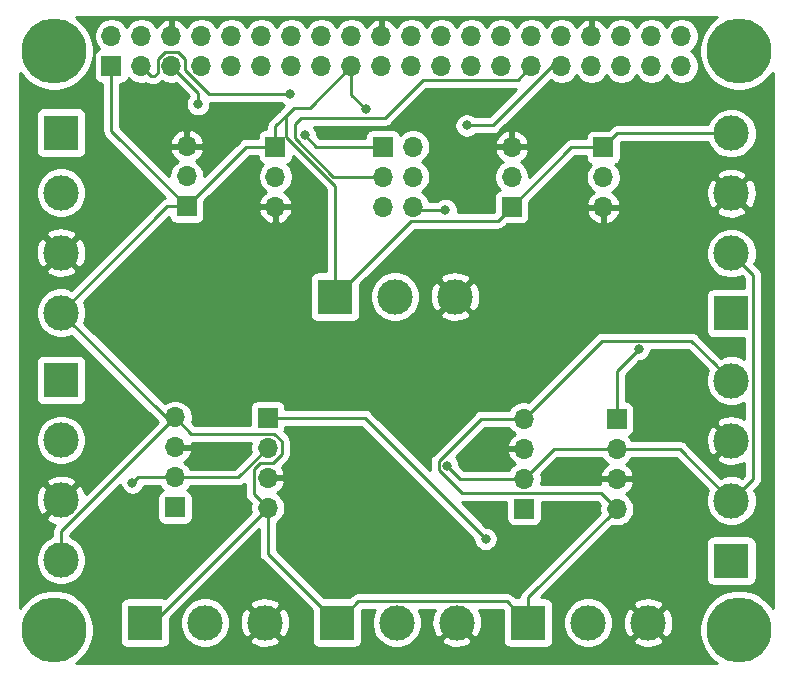
<source format=gbr>
%TF.GenerationSoftware,KiCad,Pcbnew,(5.1.10)-1*%
%TF.CreationDate,2022-03-08T12:45:45-05:00*%
%TF.ProjectId,PCBProjet,50434250-726f-46a6-9574-2e6b69636164,rev?*%
%TF.SameCoordinates,Original*%
%TF.FileFunction,Copper,L1,Top*%
%TF.FilePolarity,Positive*%
%FSLAX46Y46*%
G04 Gerber Fmt 4.6, Leading zero omitted, Abs format (unit mm)*
G04 Created by KiCad (PCBNEW (5.1.10)-1) date 2022-03-08 12:45:45*
%MOMM*%
%LPD*%
G01*
G04 APERTURE LIST*
%TA.AperFunction,ComponentPad*%
%ADD10O,1.700000X1.700000*%
%TD*%
%TA.AperFunction,ComponentPad*%
%ADD11R,1.700000X1.700000*%
%TD*%
%TA.AperFunction,ComponentPad*%
%ADD12C,3.000000*%
%TD*%
%TA.AperFunction,ComponentPad*%
%ADD13R,3.000000X3.000000*%
%TD*%
%TA.AperFunction,ViaPad*%
%ADD14C,5.500000*%
%TD*%
%TA.AperFunction,ViaPad*%
%ADD15C,0.800000*%
%TD*%
%TA.AperFunction,Conductor*%
%ADD16C,0.250000*%
%TD*%
%TA.AperFunction,Conductor*%
%ADD17C,0.254000*%
%TD*%
%TA.AperFunction,Conductor*%
%ADD18C,0.100000*%
%TD*%
G04 APERTURE END LIST*
D10*
%TO.P,1W_Conn4,3*%
%TO.N,/GND*%
X159500000Y-88730000D03*
%TO.P,1W_Conn4,2*%
%TO.N,/GPIO*%
X159500000Y-86190000D03*
D11*
%TO.P,1W_Conn4,1*%
%TO.N,/3V3*%
X159500000Y-83650000D03*
%TD*%
D10*
%TO.P,1W_Conn3,3*%
%TO.N,/GND*%
X151750000Y-83620000D03*
%TO.P,1W_Conn3,2*%
%TO.N,/GPIO*%
X151750000Y-86160000D03*
D11*
%TO.P,1W_Conn3,1*%
%TO.N,/3V3*%
X151750000Y-88700000D03*
%TD*%
D10*
%TO.P,1W_Conn2,3*%
%TO.N,/GND*%
X131750000Y-88680000D03*
%TO.P,1W_Conn2,2*%
%TO.N,/GPIO*%
X131750000Y-86140000D03*
D11*
%TO.P,1W_Conn2,1*%
%TO.N,/3V3*%
X131750000Y-83600000D03*
%TD*%
D10*
%TO.P,1W_Conn1,3*%
%TO.N,/GND*%
X124250000Y-83570000D03*
%TO.P,1W_Conn1,2*%
%TO.N,/GPIO*%
X124250000Y-86110000D03*
D11*
%TO.P,1W_Conn1,1*%
%TO.N,/3V3*%
X124250000Y-88650000D03*
%TD*%
D12*
%TO.P,1Wire_Bornier2,3*%
%TO.N,/GND*%
X147110000Y-123900000D03*
%TO.P,1Wire_Bornier2,2*%
%TO.N,/GPIO*%
X142030000Y-123900000D03*
D13*
%TO.P,1Wire_Bornier2,1*%
%TO.N,/3V3*%
X136950000Y-123900000D03*
%TD*%
D12*
%TO.P,1Wire_Bornier4,3*%
%TO.N,/GND*%
X146960000Y-96300000D03*
%TO.P,1Wire_Bornier4,2*%
%TO.N,/GPIO*%
X141880000Y-96300000D03*
D13*
%TO.P,1Wire_Bornier4,1*%
%TO.N,/3V3*%
X136800000Y-96300000D03*
%TD*%
D12*
%TO.P,1Wire_Bornier3,3*%
%TO.N,/GND*%
X163310000Y-123900000D03*
%TO.P,1Wire_Bornier3,2*%
%TO.N,/GPIO*%
X158230000Y-123900000D03*
D13*
%TO.P,1Wire_Bornier3,1*%
%TO.N,/3V3*%
X153150000Y-123900000D03*
%TD*%
D12*
%TO.P,1Wire_Bornier1,3*%
%TO.N,/GND*%
X130860000Y-123900000D03*
%TO.P,1Wire_Bornier1,2*%
%TO.N,/GPIO*%
X125780000Y-123900000D03*
D13*
%TO.P,1Wire_Bornier1,1*%
%TO.N,/3V3*%
X120700000Y-123900000D03*
%TD*%
D12*
%TO.P,I2C_Bornier4,4*%
%TO.N,/3V3*%
X170350000Y-82460000D03*
D13*
%TO.P,I2C_Bornier4,1*%
%TO.N,/SCL*%
X170350000Y-97700000D03*
D12*
%TO.P,I2C_Bornier4,3*%
%TO.N,/GND*%
X170350000Y-87540000D03*
%TO.P,I2C_Bornier4,2*%
%TO.N,/SDA*%
X170350000Y-92620000D03*
%TD*%
%TO.P,I2C_Bornier3,4*%
%TO.N,/3V3*%
X170350000Y-103410000D03*
D13*
%TO.P,I2C_Bornier3,1*%
%TO.N,/SCL*%
X170350000Y-118650000D03*
D12*
%TO.P,I2C_Bornier3,3*%
%TO.N,/GND*%
X170350000Y-108490000D03*
%TO.P,I2C_Bornier3,2*%
%TO.N,/SDA*%
X170350000Y-113570000D03*
%TD*%
%TO.P,I2C_Bornier2,4*%
%TO.N,/3V3*%
X113600000Y-118590000D03*
D13*
%TO.P,I2C_Bornier2,1*%
%TO.N,/SCL*%
X113600000Y-103350000D03*
D12*
%TO.P,I2C_Bornier2,3*%
%TO.N,/GND*%
X113600000Y-113510000D03*
%TO.P,I2C_Bornier2,2*%
%TO.N,/SDA*%
X113600000Y-108430000D03*
%TD*%
%TO.P,I2C_Bornier1,4*%
%TO.N,/3V3*%
X113600000Y-97650000D03*
D13*
%TO.P,I2C_Bornier1,1*%
%TO.N,/SCL*%
X113600000Y-82410000D03*
D12*
%TO.P,I2C_Bornier1,3*%
%TO.N,/GND*%
X113600000Y-92570000D03*
%TO.P,I2C_Bornier1,2*%
%TO.N,/SDA*%
X113600000Y-87490000D03*
%TD*%
D11*
%TO.P,RaspPi_Conn,1*%
%TO.N,/3V3*%
X117870000Y-76770000D03*
D10*
%TO.P,RaspPi_Conn,2*%
%TO.N,Net-(J10-Pad2)*%
X117870000Y-74230000D03*
%TO.P,RaspPi_Conn,3*%
%TO.N,/SDA*%
X120410000Y-76770000D03*
%TO.P,RaspPi_Conn,4*%
%TO.N,Net-(J10-Pad4)*%
X120410000Y-74230000D03*
%TO.P,RaspPi_Conn,5*%
%TO.N,/SCL*%
X122950000Y-76770000D03*
%TO.P,RaspPi_Conn,6*%
%TO.N,/GND*%
X122950000Y-74230000D03*
%TO.P,RaspPi_Conn,7*%
%TO.N,/GPIO4*%
X125490000Y-76770000D03*
%TO.P,RaspPi_Conn,8*%
%TO.N,Net-(J10-Pad8)*%
X125490000Y-74230000D03*
%TO.P,RaspPi_Conn,9*%
%TO.N,Net-(J10-Pad9)*%
X128030000Y-76770000D03*
%TO.P,RaspPi_Conn,10*%
%TO.N,Net-(J10-Pad10)*%
X128030000Y-74230000D03*
%TO.P,RaspPi_Conn,11*%
%TO.N,Net-(J10-Pad11)*%
X130570000Y-76770000D03*
%TO.P,RaspPi_Conn,12*%
%TO.N,Net-(J10-Pad12)*%
X130570000Y-74230000D03*
%TO.P,RaspPi_Conn,13*%
%TO.N,Net-(J10-Pad13)*%
X133110000Y-76770000D03*
%TO.P,RaspPi_Conn,14*%
%TO.N,Net-(J10-Pad14)*%
X133110000Y-74230000D03*
%TO.P,RaspPi_Conn,15*%
%TO.N,Net-(J10-Pad15)*%
X135650000Y-76770000D03*
%TO.P,RaspPi_Conn,16*%
%TO.N,Net-(J10-Pad16)*%
X135650000Y-74230000D03*
%TO.P,RaspPi_Conn,17*%
%TO.N,/3V3*%
X138190000Y-76770000D03*
%TO.P,RaspPi_Conn,18*%
%TO.N,Net-(J10-Pad18)*%
X138190000Y-74230000D03*
%TO.P,RaspPi_Conn,19*%
%TO.N,Net-(J10-Pad19)*%
X140730000Y-76770000D03*
%TO.P,RaspPi_Conn,20*%
%TO.N,/GND*%
X140730000Y-74230000D03*
%TO.P,RaspPi_Conn,21*%
%TO.N,Net-(J10-Pad21)*%
X143270000Y-76770000D03*
%TO.P,RaspPi_Conn,22*%
%TO.N,Net-(J10-Pad22)*%
X143270000Y-74230000D03*
%TO.P,RaspPi_Conn,23*%
%TO.N,Net-(J10-Pad23)*%
X145810000Y-76770000D03*
%TO.P,RaspPi_Conn,24*%
%TO.N,Net-(J10-Pad24)*%
X145810000Y-74230000D03*
%TO.P,RaspPi_Conn,25*%
%TO.N,Net-(J10-Pad25)*%
X148350000Y-76770000D03*
%TO.P,RaspPi_Conn,26*%
%TO.N,Net-(J10-Pad26)*%
X148350000Y-74230000D03*
%TO.P,RaspPi_Conn,27*%
%TO.N,Net-(J10-Pad27)*%
X150890000Y-76770000D03*
%TO.P,RaspPi_Conn,28*%
%TO.N,Net-(J10-Pad28)*%
X150890000Y-74230000D03*
%TO.P,RaspPi_Conn,29*%
%TO.N,/GPIO5*%
X153430000Y-76770000D03*
%TO.P,RaspPi_Conn,30*%
%TO.N,Net-(J10-Pad30)*%
X153430000Y-74230000D03*
%TO.P,RaspPi_Conn,31*%
%TO.N,/GPIO6*%
X155970000Y-76770000D03*
%TO.P,RaspPi_Conn,32*%
%TO.N,Net-(J10-Pad32)*%
X155970000Y-74230000D03*
%TO.P,RaspPi_Conn,33*%
%TO.N,Net-(J10-Pad33)*%
X158510000Y-76770000D03*
%TO.P,RaspPi_Conn,34*%
%TO.N,/GND*%
X158510000Y-74230000D03*
%TO.P,RaspPi_Conn,35*%
%TO.N,Net-(J10-Pad35)*%
X161050000Y-76770000D03*
%TO.P,RaspPi_Conn,36*%
%TO.N,Net-(J10-Pad36)*%
X161050000Y-74230000D03*
%TO.P,RaspPi_Conn,37*%
%TO.N,Net-(J10-Pad37)*%
X163590000Y-76770000D03*
%TO.P,RaspPi_Conn,38*%
%TO.N,Net-(J10-Pad38)*%
X163590000Y-74230000D03*
%TO.P,RaspPi_Conn,39*%
%TO.N,Net-(J10-Pad39)*%
X166130000Y-76770000D03*
%TO.P,RaspPi_Conn,40*%
%TO.N,Net-(J10-Pad40)*%
X166130000Y-74230000D03*
%TD*%
D11*
%TO.P,GPIO_Conn,1*%
%TO.N,/GPIO4*%
X140850000Y-83600000D03*
D10*
%TO.P,GPIO_Conn,2*%
%TO.N,/GPIO*%
X143390000Y-83600000D03*
%TO.P,GPIO_Conn,3*%
%TO.N,/GPIO5*%
X140850000Y-86140000D03*
%TO.P,GPIO_Conn,4*%
%TO.N,/GPIO*%
X143390000Y-86140000D03*
%TO.P,GPIO_Conn,5*%
%TO.N,/GPIO6*%
X140850000Y-88680000D03*
%TO.P,GPIO_Conn,6*%
%TO.N,/GPIO*%
X143390000Y-88680000D03*
%TD*%
D11*
%TO.P,I2C_Conn1,1*%
%TO.N,/SCL*%
X123250000Y-114150000D03*
D10*
%TO.P,I2C_Conn1,2*%
%TO.N,/SDA*%
X123250000Y-111610000D03*
%TO.P,I2C_Conn1,3*%
%TO.N,/GND*%
X123250000Y-109070000D03*
%TO.P,I2C_Conn1,4*%
%TO.N,/3V3*%
X123250000Y-106530000D03*
%TD*%
D11*
%TO.P,I2C_Conn2,1*%
%TO.N,/SCL*%
X131100000Y-106550000D03*
D10*
%TO.P,I2C_Conn2,2*%
%TO.N,/SDA*%
X131100000Y-109090000D03*
%TO.P,I2C_Conn2,3*%
%TO.N,/GND*%
X131100000Y-111630000D03*
%TO.P,I2C_Conn2,4*%
%TO.N,/3V3*%
X131100000Y-114170000D03*
%TD*%
%TO.P,I2C_Conn3,4*%
%TO.N,/3V3*%
X152800000Y-106630000D03*
%TO.P,I2C_Conn3,3*%
%TO.N,/GND*%
X152800000Y-109170000D03*
%TO.P,I2C_Conn3,2*%
%TO.N,/SDA*%
X152800000Y-111710000D03*
D11*
%TO.P,I2C_Conn3,1*%
%TO.N,/SCL*%
X152800000Y-114250000D03*
%TD*%
D10*
%TO.P,I2C_Conn4,4*%
%TO.N,/3V3*%
X160650000Y-114270000D03*
%TO.P,I2C_Conn4,3*%
%TO.N,/GND*%
X160650000Y-111730000D03*
%TO.P,I2C_Conn4,2*%
%TO.N,/SDA*%
X160650000Y-109190000D03*
D11*
%TO.P,I2C_Conn4,1*%
%TO.N,/SCL*%
X160650000Y-106650000D03*
%TD*%
D14*
%TO.N,*%
X113000000Y-75500000D03*
X171000000Y-75500000D03*
X171000000Y-124500000D03*
D15*
%TO.N,/3V3*%
X139400000Y-80400000D03*
D14*
%TO.N,*%
X113000000Y-124500000D03*
D15*
%TO.N,/SDA*%
X146300000Y-110600000D03*
X133000000Y-79150000D03*
X119650000Y-112050000D03*
%TO.N,/SCL*%
X125200000Y-80000000D03*
X162500000Y-100750000D03*
X149550000Y-116800000D03*
%TO.N,/GPIO4*%
X134250000Y-82650000D03*
%TO.N,/GPIO6*%
X147950000Y-81800000D03*
%TO.N,/GPIO*%
X146150000Y-88950000D03*
%TD*%
D16*
%TO.N,/3V3*%
X160690000Y-82460000D02*
X159500000Y-83650000D01*
X170350000Y-82460000D02*
X160690000Y-82460000D01*
X156800000Y-83650000D02*
X151750000Y-88700000D01*
X159500000Y-83650000D02*
X156800000Y-83650000D01*
X143244999Y-89855001D02*
X136800000Y-96300000D01*
X150594999Y-89855001D02*
X143244999Y-89855001D01*
X151750000Y-88700000D02*
X150594999Y-89855001D01*
X129300000Y-83600000D02*
X124250000Y-88650000D01*
X131750000Y-83600000D02*
X129300000Y-83600000D01*
X117870000Y-82270000D02*
X117870000Y-76770000D01*
X124250000Y-88650000D02*
X117870000Y-82270000D01*
X122600000Y-88650000D02*
X113600000Y-97650000D01*
X124250000Y-88650000D02*
X122600000Y-88650000D01*
X122480000Y-106530000D02*
X123250000Y-106530000D01*
X113600000Y-97650000D02*
X122480000Y-106530000D01*
X121370000Y-123900000D02*
X131100000Y-114170000D01*
X120700000Y-123900000D02*
X121370000Y-123900000D01*
X131100000Y-118050000D02*
X136950000Y-123900000D01*
X131100000Y-114170000D02*
X131100000Y-118050000D01*
X151324999Y-122074999D02*
X153150000Y-123900000D01*
X138775001Y-122074999D02*
X151324999Y-122074999D01*
X136950000Y-123900000D02*
X138775001Y-122074999D01*
X153150000Y-121770000D02*
X160650000Y-114270000D01*
X153150000Y-123900000D02*
X153150000Y-121770000D01*
X138190000Y-79190000D02*
X139400000Y-80400000D01*
X138190000Y-76770000D02*
X138190000Y-79190000D01*
X152800000Y-106630000D02*
X159405002Y-100024998D01*
X159405002Y-100024998D02*
X166964998Y-100024998D01*
X166964998Y-100024998D02*
X168850001Y-101910001D01*
X168850001Y-101910001D02*
X170350000Y-103410000D01*
X151597919Y-106630000D02*
X152800000Y-106630000D01*
X149196996Y-106630000D02*
X151597919Y-106630000D01*
X160650000Y-114270000D02*
X159330009Y-112950009D01*
X159330009Y-112950009D02*
X147577005Y-112950009D01*
X145574998Y-110948002D02*
X145574998Y-110251998D01*
X147577005Y-112950009D02*
X145574998Y-110948002D01*
X145574998Y-110251998D02*
X149196996Y-106630000D01*
X133334688Y-80305897D02*
X133384688Y-80305897D01*
X136800000Y-96300000D02*
X136800000Y-86909415D01*
X136800000Y-86909415D02*
X132674987Y-82784402D01*
X132674987Y-82784402D02*
X132674987Y-80965598D01*
X132674987Y-80965598D02*
X133334688Y-80305897D01*
X134654103Y-80305897D02*
X138190000Y-76770000D01*
X131750000Y-81890585D02*
X131750000Y-83600000D01*
X133434688Y-80305897D02*
X133384688Y-80305897D01*
X133494207Y-80305897D02*
X134654103Y-80305897D01*
X133334688Y-80305897D02*
X131750000Y-81890585D01*
X133434688Y-80305897D02*
X133494207Y-80305897D01*
X123250000Y-106530000D02*
X113600000Y-116180000D01*
X113600000Y-116180000D02*
X113600000Y-118590000D01*
X123250000Y-106530000D02*
X124634999Y-107914999D01*
X124634999Y-107914999D02*
X131664001Y-107914999D01*
X131664001Y-107914999D02*
X132275001Y-108525999D01*
X132275001Y-108525999D02*
X132275001Y-109654001D01*
X129900009Y-110926401D02*
X129900009Y-112970009D01*
X132275001Y-109654001D02*
X131542601Y-110386401D01*
X131542601Y-110386401D02*
X130440009Y-110386401D01*
X129900009Y-112970009D02*
X131100000Y-114170000D01*
X130440009Y-110386401D02*
X129900009Y-110926401D01*
%TO.N,/SDA*%
X155320000Y-109190000D02*
X152800000Y-111710000D01*
X160650000Y-109190000D02*
X155320000Y-109190000D01*
X165970000Y-109190000D02*
X170350000Y-113570000D01*
X160650000Y-109190000D02*
X165970000Y-109190000D01*
X172175001Y-111744999D02*
X170350000Y-113570000D01*
X172175001Y-94445001D02*
X172175001Y-111744999D01*
X170350000Y-92620000D02*
X172175001Y-94445001D01*
X147410000Y-111710000D02*
X146300000Y-110600000D01*
X152800000Y-111710000D02*
X147410000Y-111710000D01*
X124125001Y-77144003D02*
X126130998Y-79150000D01*
X124125001Y-76205999D02*
X124125001Y-77144003D01*
X122385999Y-75594999D02*
X123514001Y-75594999D01*
X126130998Y-79150000D02*
X133000000Y-79150000D01*
X121774999Y-76205999D02*
X122385999Y-75594999D01*
X121774999Y-77334001D02*
X121774999Y-76205999D01*
X123514001Y-75594999D02*
X124125001Y-76205999D01*
X121259999Y-77619999D02*
X121489001Y-77619999D01*
X121489001Y-77619999D02*
X121774999Y-77334001D01*
X120410000Y-76770000D02*
X121259999Y-77619999D01*
X120090000Y-111610000D02*
X123250000Y-111610000D01*
X119650000Y-112050000D02*
X120090000Y-111610000D01*
X128580000Y-111610000D02*
X131100000Y-109090000D01*
X123250000Y-111610000D02*
X128580000Y-111610000D01*
%TO.N,/SCL*%
X125200000Y-79020000D02*
X122950000Y-76770000D01*
X125200000Y-80000000D02*
X125200000Y-79020000D01*
X160650000Y-102600000D02*
X162500000Y-100750000D01*
X160650000Y-106650000D02*
X160650000Y-102600000D01*
X139300000Y-106550000D02*
X131100000Y-106550000D01*
X149550000Y-116800000D02*
X139300000Y-106550000D01*
%TO.N,/GPIO4*%
X135200000Y-83600000D02*
X134250000Y-82650000D01*
X140850000Y-83600000D02*
X135200000Y-83600000D01*
%TO.N,/GPIO5*%
X136666996Y-86140000D02*
X133374998Y-82848002D01*
X133374998Y-82848002D02*
X133374998Y-81698002D01*
X133374998Y-81698002D02*
X133898002Y-81174998D01*
X152254999Y-77945001D02*
X153430000Y-76770000D01*
X133898002Y-81174998D02*
X140990000Y-81174998D01*
X144219997Y-77945001D02*
X152254999Y-77945001D01*
X140850000Y-86140000D02*
X136666996Y-86140000D01*
X140990000Y-81174998D02*
X144219997Y-77945001D01*
%TO.N,/GPIO6*%
X155169002Y-76770000D02*
X155970000Y-76770000D01*
X150139002Y-81800000D02*
X155169002Y-76770000D01*
X147950000Y-81800000D02*
X150139002Y-81800000D01*
%TO.N,/GPIO*%
X143660000Y-88950000D02*
X143390000Y-88680000D01*
X146150000Y-88950000D02*
X143660000Y-88950000D01*
%TD*%
D17*
%TO.N,/GND*%
X168842188Y-72870698D02*
X168370698Y-73342188D01*
X168000252Y-73896601D01*
X167745083Y-74512632D01*
X167615000Y-75166607D01*
X167615000Y-75833393D01*
X167745083Y-76487368D01*
X168000252Y-77103399D01*
X168370698Y-77657812D01*
X168842188Y-78129302D01*
X169396601Y-78499748D01*
X170012632Y-78754917D01*
X170666607Y-78885000D01*
X171333393Y-78885000D01*
X171987368Y-78754917D01*
X172603399Y-78499748D01*
X173157812Y-78129302D01*
X173629302Y-77657812D01*
X173840001Y-77342478D01*
X173840000Y-122657521D01*
X173629302Y-122342188D01*
X173157812Y-121870698D01*
X172603399Y-121500252D01*
X171987368Y-121245083D01*
X171333393Y-121115000D01*
X170666607Y-121115000D01*
X170012632Y-121245083D01*
X169396601Y-121500252D01*
X168842188Y-121870698D01*
X168370698Y-122342188D01*
X168000252Y-122896601D01*
X167745083Y-123512632D01*
X167615000Y-124166607D01*
X167615000Y-124833393D01*
X167745083Y-125487368D01*
X168000252Y-126103399D01*
X168370698Y-126657812D01*
X168842188Y-127129302D01*
X169157521Y-127340000D01*
X114842479Y-127340000D01*
X115157812Y-127129302D01*
X115629302Y-126657812D01*
X115999748Y-126103399D01*
X116254917Y-125487368D01*
X116385000Y-124833393D01*
X116385000Y-124166607D01*
X116254917Y-123512632D01*
X115999748Y-122896601D01*
X115629302Y-122342188D01*
X115157812Y-121870698D01*
X114603399Y-121500252D01*
X113987368Y-121245083D01*
X113333393Y-121115000D01*
X112666607Y-121115000D01*
X112012632Y-121245083D01*
X111396601Y-121500252D01*
X110842188Y-121870698D01*
X110370698Y-122342188D01*
X110160000Y-122657521D01*
X110160000Y-113552824D01*
X111455098Y-113552824D01*
X111504666Y-113970451D01*
X111634757Y-114370383D01*
X111792786Y-114666038D01*
X112108347Y-114822048D01*
X113420395Y-113510000D01*
X112108347Y-112197952D01*
X111792786Y-112353962D01*
X111601980Y-112728745D01*
X111487956Y-113133551D01*
X111455098Y-113552824D01*
X110160000Y-113552824D01*
X110160000Y-112018347D01*
X112287952Y-112018347D01*
X113600000Y-113330395D01*
X114912048Y-112018347D01*
X114756038Y-111702786D01*
X114381255Y-111511980D01*
X113976449Y-111397956D01*
X113557176Y-111365098D01*
X113139549Y-111414666D01*
X112739617Y-111544757D01*
X112443962Y-111702786D01*
X112287952Y-112018347D01*
X110160000Y-112018347D01*
X110160000Y-108219721D01*
X111465000Y-108219721D01*
X111465000Y-108640279D01*
X111547047Y-109052756D01*
X111707988Y-109441302D01*
X111941637Y-109790983D01*
X112239017Y-110088363D01*
X112588698Y-110322012D01*
X112977244Y-110482953D01*
X113389721Y-110565000D01*
X113810279Y-110565000D01*
X114222756Y-110482953D01*
X114611302Y-110322012D01*
X114960983Y-110088363D01*
X115258363Y-109790983D01*
X115492012Y-109441302D01*
X115652953Y-109052756D01*
X115735000Y-108640279D01*
X115735000Y-108219721D01*
X115652953Y-107807244D01*
X115492012Y-107418698D01*
X115258363Y-107069017D01*
X114960983Y-106771637D01*
X114611302Y-106537988D01*
X114222756Y-106377047D01*
X113810279Y-106295000D01*
X113389721Y-106295000D01*
X112977244Y-106377047D01*
X112588698Y-106537988D01*
X112239017Y-106771637D01*
X111941637Y-107069017D01*
X111707988Y-107418698D01*
X111547047Y-107807244D01*
X111465000Y-108219721D01*
X110160000Y-108219721D01*
X110160000Y-101850000D01*
X111461928Y-101850000D01*
X111461928Y-104850000D01*
X111474188Y-104974482D01*
X111510498Y-105094180D01*
X111569463Y-105204494D01*
X111648815Y-105301185D01*
X111745506Y-105380537D01*
X111855820Y-105439502D01*
X111975518Y-105475812D01*
X112100000Y-105488072D01*
X115100000Y-105488072D01*
X115224482Y-105475812D01*
X115344180Y-105439502D01*
X115454494Y-105380537D01*
X115551185Y-105301185D01*
X115630537Y-105204494D01*
X115689502Y-105094180D01*
X115725812Y-104974482D01*
X115738072Y-104850000D01*
X115738072Y-101850000D01*
X115725812Y-101725518D01*
X115689502Y-101605820D01*
X115630537Y-101495506D01*
X115551185Y-101398815D01*
X115454494Y-101319463D01*
X115344180Y-101260498D01*
X115224482Y-101224188D01*
X115100000Y-101211928D01*
X112100000Y-101211928D01*
X111975518Y-101224188D01*
X111855820Y-101260498D01*
X111745506Y-101319463D01*
X111648815Y-101398815D01*
X111569463Y-101495506D01*
X111510498Y-101605820D01*
X111474188Y-101725518D01*
X111461928Y-101850000D01*
X110160000Y-101850000D01*
X110160000Y-97439721D01*
X111465000Y-97439721D01*
X111465000Y-97860279D01*
X111547047Y-98272756D01*
X111707988Y-98661302D01*
X111941637Y-99010983D01*
X112239017Y-99308363D01*
X112588698Y-99542012D01*
X112977244Y-99702953D01*
X113389721Y-99785000D01*
X113810279Y-99785000D01*
X114222756Y-99702953D01*
X114474059Y-99598860D01*
X121790198Y-106915001D01*
X115685594Y-113019605D01*
X115565243Y-112649617D01*
X115407214Y-112353962D01*
X115091653Y-112197952D01*
X113779605Y-113510000D01*
X113793748Y-113524143D01*
X113614143Y-113703748D01*
X113600000Y-113689605D01*
X112287952Y-115001653D01*
X112443962Y-115317214D01*
X112818745Y-115508020D01*
X113114010Y-115591189D01*
X113089003Y-115616196D01*
X113059999Y-115639999D01*
X113012455Y-115697932D01*
X112965026Y-115755724D01*
X112960068Y-115765000D01*
X112894454Y-115887754D01*
X112850997Y-116031015D01*
X112840000Y-116142668D01*
X112840000Y-116142678D01*
X112836324Y-116180000D01*
X112840000Y-116217323D01*
X112840000Y-116593895D01*
X112588698Y-116697988D01*
X112239017Y-116931637D01*
X111941637Y-117229017D01*
X111707988Y-117578698D01*
X111547047Y-117967244D01*
X111465000Y-118379721D01*
X111465000Y-118800279D01*
X111547047Y-119212756D01*
X111707988Y-119601302D01*
X111941637Y-119950983D01*
X112239017Y-120248363D01*
X112588698Y-120482012D01*
X112977244Y-120642953D01*
X113389721Y-120725000D01*
X113810279Y-120725000D01*
X114222756Y-120642953D01*
X114611302Y-120482012D01*
X114960983Y-120248363D01*
X115258363Y-119950983D01*
X115492012Y-119601302D01*
X115652953Y-119212756D01*
X115735000Y-118800279D01*
X115735000Y-118379721D01*
X115652953Y-117967244D01*
X115492012Y-117578698D01*
X115258363Y-117229017D01*
X114960983Y-116931637D01*
X114611302Y-116697988D01*
X114360000Y-116593895D01*
X114360000Y-116494801D01*
X118629577Y-112225224D01*
X118654774Y-112351898D01*
X118732795Y-112540256D01*
X118846063Y-112709774D01*
X118990226Y-112853937D01*
X119159744Y-112967205D01*
X119348102Y-113045226D01*
X119548061Y-113085000D01*
X119751939Y-113085000D01*
X119951898Y-113045226D01*
X120140256Y-112967205D01*
X120309774Y-112853937D01*
X120453937Y-112709774D01*
X120567205Y-112540256D01*
X120637728Y-112370000D01*
X121971822Y-112370000D01*
X122096525Y-112556632D01*
X122228380Y-112688487D01*
X122155820Y-112710498D01*
X122045506Y-112769463D01*
X121948815Y-112848815D01*
X121869463Y-112945506D01*
X121810498Y-113055820D01*
X121774188Y-113175518D01*
X121761928Y-113300000D01*
X121761928Y-115000000D01*
X121774188Y-115124482D01*
X121810498Y-115244180D01*
X121869463Y-115354494D01*
X121948815Y-115451185D01*
X122045506Y-115530537D01*
X122155820Y-115589502D01*
X122275518Y-115625812D01*
X122400000Y-115638072D01*
X124100000Y-115638072D01*
X124224482Y-115625812D01*
X124344180Y-115589502D01*
X124454494Y-115530537D01*
X124551185Y-115451185D01*
X124630537Y-115354494D01*
X124689502Y-115244180D01*
X124725812Y-115124482D01*
X124738072Y-115000000D01*
X124738072Y-113300000D01*
X124725812Y-113175518D01*
X124689502Y-113055820D01*
X124630537Y-112945506D01*
X124551185Y-112848815D01*
X124454494Y-112769463D01*
X124344180Y-112710498D01*
X124271620Y-112688487D01*
X124403475Y-112556632D01*
X124528178Y-112370000D01*
X128542678Y-112370000D01*
X128580000Y-112373676D01*
X128617322Y-112370000D01*
X128617333Y-112370000D01*
X128728986Y-112359003D01*
X128872247Y-112315546D01*
X129004276Y-112244974D01*
X129120001Y-112150001D01*
X129140010Y-112125620D01*
X129140010Y-112932677D01*
X129136333Y-112970009D01*
X129140010Y-113007342D01*
X129151007Y-113118995D01*
X129159115Y-113145723D01*
X129194463Y-113262255D01*
X129265035Y-113394285D01*
X129322622Y-113464454D01*
X129360009Y-113510010D01*
X129389007Y-113533808D01*
X129658791Y-113803592D01*
X129615000Y-114023740D01*
X129615000Y-114316260D01*
X129658790Y-114536408D01*
X122398544Y-121796655D01*
X122324482Y-121774188D01*
X122200000Y-121761928D01*
X119200000Y-121761928D01*
X119075518Y-121774188D01*
X118955820Y-121810498D01*
X118845506Y-121869463D01*
X118748815Y-121948815D01*
X118669463Y-122045506D01*
X118610498Y-122155820D01*
X118574188Y-122275518D01*
X118561928Y-122400000D01*
X118561928Y-125400000D01*
X118574188Y-125524482D01*
X118610498Y-125644180D01*
X118669463Y-125754494D01*
X118748815Y-125851185D01*
X118845506Y-125930537D01*
X118955820Y-125989502D01*
X119075518Y-126025812D01*
X119200000Y-126038072D01*
X122200000Y-126038072D01*
X122324482Y-126025812D01*
X122444180Y-125989502D01*
X122554494Y-125930537D01*
X122651185Y-125851185D01*
X122730537Y-125754494D01*
X122789502Y-125644180D01*
X122825812Y-125524482D01*
X122838072Y-125400000D01*
X122838072Y-123689721D01*
X123645000Y-123689721D01*
X123645000Y-124110279D01*
X123727047Y-124522756D01*
X123887988Y-124911302D01*
X124121637Y-125260983D01*
X124419017Y-125558363D01*
X124768698Y-125792012D01*
X125157244Y-125952953D01*
X125569721Y-126035000D01*
X125990279Y-126035000D01*
X126402756Y-125952953D01*
X126791302Y-125792012D01*
X127140983Y-125558363D01*
X127307693Y-125391653D01*
X129547952Y-125391653D01*
X129703962Y-125707214D01*
X130078745Y-125898020D01*
X130483551Y-126012044D01*
X130902824Y-126044902D01*
X131320451Y-125995334D01*
X131720383Y-125865243D01*
X132016038Y-125707214D01*
X132172048Y-125391653D01*
X130860000Y-124079605D01*
X129547952Y-125391653D01*
X127307693Y-125391653D01*
X127438363Y-125260983D01*
X127672012Y-124911302D01*
X127832953Y-124522756D01*
X127915000Y-124110279D01*
X127915000Y-123942824D01*
X128715098Y-123942824D01*
X128764666Y-124360451D01*
X128894757Y-124760383D01*
X129052786Y-125056038D01*
X129368347Y-125212048D01*
X130680395Y-123900000D01*
X131039605Y-123900000D01*
X132351653Y-125212048D01*
X132667214Y-125056038D01*
X132858020Y-124681255D01*
X132972044Y-124276449D01*
X133004902Y-123857176D01*
X132955334Y-123439549D01*
X132825243Y-123039617D01*
X132667214Y-122743962D01*
X132351653Y-122587952D01*
X131039605Y-123900000D01*
X130680395Y-123900000D01*
X129368347Y-122587952D01*
X129052786Y-122743962D01*
X128861980Y-123118745D01*
X128747956Y-123523551D01*
X128715098Y-123942824D01*
X127915000Y-123942824D01*
X127915000Y-123689721D01*
X127832953Y-123277244D01*
X127672012Y-122888698D01*
X127438363Y-122539017D01*
X127307693Y-122408347D01*
X129547952Y-122408347D01*
X130860000Y-123720395D01*
X132172048Y-122408347D01*
X132016038Y-122092786D01*
X131641255Y-121901980D01*
X131236449Y-121787956D01*
X130817176Y-121755098D01*
X130399549Y-121804666D01*
X129999617Y-121934757D01*
X129703962Y-122092786D01*
X129547952Y-122408347D01*
X127307693Y-122408347D01*
X127140983Y-122241637D01*
X126791302Y-122007988D01*
X126402756Y-121847047D01*
X125990279Y-121765000D01*
X125569721Y-121765000D01*
X125157244Y-121847047D01*
X124768698Y-122007988D01*
X124419017Y-122241637D01*
X124121637Y-122539017D01*
X123887988Y-122888698D01*
X123727047Y-123277244D01*
X123645000Y-123689721D01*
X122838072Y-123689721D01*
X122838072Y-123506729D01*
X130340000Y-116004801D01*
X130340001Y-118012668D01*
X130336324Y-118050000D01*
X130350998Y-118198985D01*
X130394454Y-118342246D01*
X130465026Y-118474276D01*
X130536201Y-118561002D01*
X130560000Y-118590001D01*
X130588998Y-118613799D01*
X134811928Y-122836730D01*
X134811928Y-125400000D01*
X134824188Y-125524482D01*
X134860498Y-125644180D01*
X134919463Y-125754494D01*
X134998815Y-125851185D01*
X135095506Y-125930537D01*
X135205820Y-125989502D01*
X135325518Y-126025812D01*
X135450000Y-126038072D01*
X138450000Y-126038072D01*
X138574482Y-126025812D01*
X138694180Y-125989502D01*
X138804494Y-125930537D01*
X138901185Y-125851185D01*
X138980537Y-125754494D01*
X139039502Y-125644180D01*
X139075812Y-125524482D01*
X139088072Y-125400000D01*
X139088072Y-122836730D01*
X139089803Y-122834999D01*
X140173868Y-122834999D01*
X140137988Y-122888698D01*
X139977047Y-123277244D01*
X139895000Y-123689721D01*
X139895000Y-124110279D01*
X139977047Y-124522756D01*
X140137988Y-124911302D01*
X140371637Y-125260983D01*
X140669017Y-125558363D01*
X141018698Y-125792012D01*
X141407244Y-125952953D01*
X141819721Y-126035000D01*
X142240279Y-126035000D01*
X142652756Y-125952953D01*
X143041302Y-125792012D01*
X143390983Y-125558363D01*
X143557693Y-125391653D01*
X145797952Y-125391653D01*
X145953962Y-125707214D01*
X146328745Y-125898020D01*
X146733551Y-126012044D01*
X147152824Y-126044902D01*
X147570451Y-125995334D01*
X147970383Y-125865243D01*
X148266038Y-125707214D01*
X148422048Y-125391653D01*
X147110000Y-124079605D01*
X145797952Y-125391653D01*
X143557693Y-125391653D01*
X143688363Y-125260983D01*
X143922012Y-124911302D01*
X144082953Y-124522756D01*
X144165000Y-124110279D01*
X144165000Y-123689721D01*
X144082953Y-123277244D01*
X143922012Y-122888698D01*
X143886132Y-122834999D01*
X145256438Y-122834999D01*
X145111980Y-123118745D01*
X144997956Y-123523551D01*
X144965098Y-123942824D01*
X145014666Y-124360451D01*
X145144757Y-124760383D01*
X145302786Y-125056038D01*
X145618347Y-125212048D01*
X146930395Y-123900000D01*
X146916253Y-123885858D01*
X147095858Y-123706253D01*
X147110000Y-123720395D01*
X147124143Y-123706253D01*
X147303748Y-123885858D01*
X147289605Y-123900000D01*
X148601653Y-125212048D01*
X148917214Y-125056038D01*
X149108020Y-124681255D01*
X149222044Y-124276449D01*
X149254902Y-123857176D01*
X149205334Y-123439549D01*
X149075243Y-123039617D01*
X148965874Y-122834999D01*
X151010198Y-122834999D01*
X151011928Y-122836729D01*
X151011928Y-125400000D01*
X151024188Y-125524482D01*
X151060498Y-125644180D01*
X151119463Y-125754494D01*
X151198815Y-125851185D01*
X151295506Y-125930537D01*
X151405820Y-125989502D01*
X151525518Y-126025812D01*
X151650000Y-126038072D01*
X154650000Y-126038072D01*
X154774482Y-126025812D01*
X154894180Y-125989502D01*
X155004494Y-125930537D01*
X155101185Y-125851185D01*
X155180537Y-125754494D01*
X155239502Y-125644180D01*
X155275812Y-125524482D01*
X155288072Y-125400000D01*
X155288072Y-123689721D01*
X156095000Y-123689721D01*
X156095000Y-124110279D01*
X156177047Y-124522756D01*
X156337988Y-124911302D01*
X156571637Y-125260983D01*
X156869017Y-125558363D01*
X157218698Y-125792012D01*
X157607244Y-125952953D01*
X158019721Y-126035000D01*
X158440279Y-126035000D01*
X158852756Y-125952953D01*
X159241302Y-125792012D01*
X159590983Y-125558363D01*
X159757693Y-125391653D01*
X161997952Y-125391653D01*
X162153962Y-125707214D01*
X162528745Y-125898020D01*
X162933551Y-126012044D01*
X163352824Y-126044902D01*
X163770451Y-125995334D01*
X164170383Y-125865243D01*
X164466038Y-125707214D01*
X164622048Y-125391653D01*
X163310000Y-124079605D01*
X161997952Y-125391653D01*
X159757693Y-125391653D01*
X159888363Y-125260983D01*
X160122012Y-124911302D01*
X160282953Y-124522756D01*
X160365000Y-124110279D01*
X160365000Y-123942824D01*
X161165098Y-123942824D01*
X161214666Y-124360451D01*
X161344757Y-124760383D01*
X161502786Y-125056038D01*
X161818347Y-125212048D01*
X163130395Y-123900000D01*
X163489605Y-123900000D01*
X164801653Y-125212048D01*
X165117214Y-125056038D01*
X165308020Y-124681255D01*
X165422044Y-124276449D01*
X165454902Y-123857176D01*
X165405334Y-123439549D01*
X165275243Y-123039617D01*
X165117214Y-122743962D01*
X164801653Y-122587952D01*
X163489605Y-123900000D01*
X163130395Y-123900000D01*
X161818347Y-122587952D01*
X161502786Y-122743962D01*
X161311980Y-123118745D01*
X161197956Y-123523551D01*
X161165098Y-123942824D01*
X160365000Y-123942824D01*
X160365000Y-123689721D01*
X160282953Y-123277244D01*
X160122012Y-122888698D01*
X159888363Y-122539017D01*
X159757693Y-122408347D01*
X161997952Y-122408347D01*
X163310000Y-123720395D01*
X164622048Y-122408347D01*
X164466038Y-122092786D01*
X164091255Y-121901980D01*
X163686449Y-121787956D01*
X163267176Y-121755098D01*
X162849549Y-121804666D01*
X162449617Y-121934757D01*
X162153962Y-122092786D01*
X161997952Y-122408347D01*
X159757693Y-122408347D01*
X159590983Y-122241637D01*
X159241302Y-122007988D01*
X158852756Y-121847047D01*
X158440279Y-121765000D01*
X158019721Y-121765000D01*
X157607244Y-121847047D01*
X157218698Y-122007988D01*
X156869017Y-122241637D01*
X156571637Y-122539017D01*
X156337988Y-122888698D01*
X156177047Y-123277244D01*
X156095000Y-123689721D01*
X155288072Y-123689721D01*
X155288072Y-122400000D01*
X155275812Y-122275518D01*
X155239502Y-122155820D01*
X155180537Y-122045506D01*
X155101185Y-121948815D01*
X155004494Y-121869463D01*
X154894180Y-121810498D01*
X154774482Y-121774188D01*
X154650000Y-121761928D01*
X154232873Y-121761928D01*
X158844801Y-117150000D01*
X168211928Y-117150000D01*
X168211928Y-120150000D01*
X168224188Y-120274482D01*
X168260498Y-120394180D01*
X168319463Y-120504494D01*
X168398815Y-120601185D01*
X168495506Y-120680537D01*
X168605820Y-120739502D01*
X168725518Y-120775812D01*
X168850000Y-120788072D01*
X171850000Y-120788072D01*
X171974482Y-120775812D01*
X172094180Y-120739502D01*
X172204494Y-120680537D01*
X172301185Y-120601185D01*
X172380537Y-120504494D01*
X172439502Y-120394180D01*
X172475812Y-120274482D01*
X172488072Y-120150000D01*
X172488072Y-117150000D01*
X172475812Y-117025518D01*
X172439502Y-116905820D01*
X172380537Y-116795506D01*
X172301185Y-116698815D01*
X172204494Y-116619463D01*
X172094180Y-116560498D01*
X171974482Y-116524188D01*
X171850000Y-116511928D01*
X168850000Y-116511928D01*
X168725518Y-116524188D01*
X168605820Y-116560498D01*
X168495506Y-116619463D01*
X168398815Y-116698815D01*
X168319463Y-116795506D01*
X168260498Y-116905820D01*
X168224188Y-117025518D01*
X168211928Y-117150000D01*
X158844801Y-117150000D01*
X160283592Y-115711210D01*
X160503740Y-115755000D01*
X160796260Y-115755000D01*
X161083158Y-115697932D01*
X161353411Y-115585990D01*
X161596632Y-115423475D01*
X161803475Y-115216632D01*
X161965990Y-114973411D01*
X162077932Y-114703158D01*
X162135000Y-114416260D01*
X162135000Y-114123740D01*
X162077932Y-113836842D01*
X161965990Y-113566589D01*
X161803475Y-113323368D01*
X161596632Y-113116525D01*
X161414466Y-112994805D01*
X161531355Y-112925178D01*
X161747588Y-112730269D01*
X161921641Y-112496920D01*
X162046825Y-112234099D01*
X162091476Y-112086890D01*
X161970155Y-111857000D01*
X160777000Y-111857000D01*
X160777000Y-111877000D01*
X160523000Y-111877000D01*
X160523000Y-111857000D01*
X159329845Y-111857000D01*
X159208524Y-112086890D01*
X159239802Y-112190009D01*
X154208526Y-112190009D01*
X154227932Y-112143158D01*
X154285000Y-111856260D01*
X154285000Y-111563740D01*
X154241209Y-111343592D01*
X155634802Y-109950000D01*
X159371822Y-109950000D01*
X159496525Y-110136632D01*
X159703368Y-110343475D01*
X159885534Y-110465195D01*
X159768645Y-110534822D01*
X159552412Y-110729731D01*
X159378359Y-110963080D01*
X159253175Y-111225901D01*
X159208524Y-111373110D01*
X159329845Y-111603000D01*
X160523000Y-111603000D01*
X160523000Y-111583000D01*
X160777000Y-111583000D01*
X160777000Y-111603000D01*
X161970155Y-111603000D01*
X162091476Y-111373110D01*
X162046825Y-111225901D01*
X161921641Y-110963080D01*
X161747588Y-110729731D01*
X161531355Y-110534822D01*
X161414466Y-110465195D01*
X161596632Y-110343475D01*
X161803475Y-110136632D01*
X161928178Y-109950000D01*
X165655199Y-109950000D01*
X168401140Y-112695942D01*
X168297047Y-112947244D01*
X168215000Y-113359721D01*
X168215000Y-113780279D01*
X168297047Y-114192756D01*
X168457988Y-114581302D01*
X168691637Y-114930983D01*
X168989017Y-115228363D01*
X169338698Y-115462012D01*
X169727244Y-115622953D01*
X170139721Y-115705000D01*
X170560279Y-115705000D01*
X170972756Y-115622953D01*
X171361302Y-115462012D01*
X171710983Y-115228363D01*
X172008363Y-114930983D01*
X172242012Y-114581302D01*
X172402953Y-114192756D01*
X172485000Y-113780279D01*
X172485000Y-113359721D01*
X172402953Y-112947244D01*
X172298860Y-112695942D01*
X172686004Y-112308798D01*
X172715002Y-112285000D01*
X172809975Y-112169275D01*
X172880547Y-112037246D01*
X172924004Y-111893985D01*
X172935001Y-111782332D01*
X172935001Y-111782323D01*
X172938677Y-111745000D01*
X172935001Y-111707677D01*
X172935001Y-94482323D01*
X172938677Y-94445000D01*
X172935001Y-94407677D01*
X172935001Y-94407668D01*
X172924004Y-94296015D01*
X172880547Y-94152754D01*
X172809975Y-94020725D01*
X172715002Y-93905000D01*
X172686005Y-93881203D01*
X172298860Y-93494058D01*
X172402953Y-93242756D01*
X172485000Y-92830279D01*
X172485000Y-92409721D01*
X172402953Y-91997244D01*
X172242012Y-91608698D01*
X172008363Y-91259017D01*
X171710983Y-90961637D01*
X171361302Y-90727988D01*
X170972756Y-90567047D01*
X170560279Y-90485000D01*
X170139721Y-90485000D01*
X169727244Y-90567047D01*
X169338698Y-90727988D01*
X168989017Y-90961637D01*
X168691637Y-91259017D01*
X168457988Y-91608698D01*
X168297047Y-91997244D01*
X168215000Y-92409721D01*
X168215000Y-92830279D01*
X168297047Y-93242756D01*
X168457988Y-93631302D01*
X168691637Y-93980983D01*
X168989017Y-94278363D01*
X169338698Y-94512012D01*
X169727244Y-94672953D01*
X170139721Y-94755000D01*
X170560279Y-94755000D01*
X170972756Y-94672953D01*
X171224058Y-94568860D01*
X171415001Y-94759803D01*
X171415001Y-95561928D01*
X168850000Y-95561928D01*
X168725518Y-95574188D01*
X168605820Y-95610498D01*
X168495506Y-95669463D01*
X168398815Y-95748815D01*
X168319463Y-95845506D01*
X168260498Y-95955820D01*
X168224188Y-96075518D01*
X168211928Y-96200000D01*
X168211928Y-99200000D01*
X168224188Y-99324482D01*
X168260498Y-99444180D01*
X168319463Y-99554494D01*
X168398815Y-99651185D01*
X168495506Y-99730537D01*
X168605820Y-99789502D01*
X168725518Y-99825812D01*
X168850000Y-99838072D01*
X171415001Y-99838072D01*
X171415001Y-101553869D01*
X171361302Y-101517988D01*
X170972756Y-101357047D01*
X170560279Y-101275000D01*
X170139721Y-101275000D01*
X169727244Y-101357047D01*
X169475941Y-101461140D01*
X169413804Y-101399003D01*
X169413800Y-101398998D01*
X167528802Y-99514001D01*
X167504999Y-99484997D01*
X167389274Y-99390024D01*
X167257245Y-99319452D01*
X167113984Y-99275995D01*
X167002331Y-99264998D01*
X167002320Y-99264998D01*
X166964998Y-99261322D01*
X166927676Y-99264998D01*
X159442324Y-99264998D01*
X159405001Y-99261322D01*
X159367678Y-99264998D01*
X159367669Y-99264998D01*
X159256016Y-99275995D01*
X159112755Y-99319452D01*
X158980726Y-99390024D01*
X158980724Y-99390025D01*
X158980725Y-99390025D01*
X158893998Y-99461199D01*
X158893994Y-99461203D01*
X158865001Y-99484997D01*
X158841207Y-99513990D01*
X153166408Y-105188791D01*
X152946260Y-105145000D01*
X152653740Y-105145000D01*
X152366842Y-105202068D01*
X152096589Y-105314010D01*
X151853368Y-105476525D01*
X151646525Y-105683368D01*
X151521822Y-105870000D01*
X149234321Y-105870000D01*
X149196996Y-105866324D01*
X149159671Y-105870000D01*
X149159663Y-105870000D01*
X149048010Y-105880997D01*
X148904749Y-105924454D01*
X148772720Y-105995026D01*
X148656995Y-106089999D01*
X148633197Y-106118997D01*
X145063996Y-109688199D01*
X145034998Y-109711997D01*
X145011200Y-109740995D01*
X145011199Y-109740996D01*
X144940024Y-109827722D01*
X144869452Y-109959752D01*
X144862809Y-109981653D01*
X144825995Y-110103012D01*
X144814998Y-110214665D01*
X144814998Y-110214676D01*
X144811322Y-110251998D01*
X144814998Y-110289320D01*
X144814998Y-110910680D01*
X144811322Y-110948002D01*
X144814998Y-110985324D01*
X144814998Y-110985334D01*
X144815529Y-110990728D01*
X139863804Y-106039003D01*
X139840001Y-106009999D01*
X139724276Y-105915026D01*
X139592247Y-105844454D01*
X139448986Y-105800997D01*
X139337333Y-105790000D01*
X139337322Y-105790000D01*
X139300000Y-105786324D01*
X139262678Y-105790000D01*
X132588072Y-105790000D01*
X132588072Y-105700000D01*
X132575812Y-105575518D01*
X132539502Y-105455820D01*
X132480537Y-105345506D01*
X132401185Y-105248815D01*
X132304494Y-105169463D01*
X132194180Y-105110498D01*
X132074482Y-105074188D01*
X131950000Y-105061928D01*
X130250000Y-105061928D01*
X130125518Y-105074188D01*
X130005820Y-105110498D01*
X129895506Y-105169463D01*
X129798815Y-105248815D01*
X129719463Y-105345506D01*
X129660498Y-105455820D01*
X129624188Y-105575518D01*
X129611928Y-105700000D01*
X129611928Y-107154999D01*
X124949801Y-107154999D01*
X124691210Y-106896408D01*
X124735000Y-106676260D01*
X124735000Y-106383740D01*
X124677932Y-106096842D01*
X124565990Y-105826589D01*
X124403475Y-105583368D01*
X124196632Y-105376525D01*
X123953411Y-105214010D01*
X123683158Y-105102068D01*
X123396260Y-105045000D01*
X123103740Y-105045000D01*
X122816842Y-105102068D01*
X122546589Y-105214010D01*
X122362091Y-105337288D01*
X115548860Y-98524059D01*
X115652953Y-98272756D01*
X115735000Y-97860279D01*
X115735000Y-97439721D01*
X115652953Y-97027244D01*
X115548860Y-96775941D01*
X122767565Y-89557237D01*
X122774188Y-89624482D01*
X122810498Y-89744180D01*
X122869463Y-89854494D01*
X122948815Y-89951185D01*
X123045506Y-90030537D01*
X123155820Y-90089502D01*
X123275518Y-90125812D01*
X123400000Y-90138072D01*
X125100000Y-90138072D01*
X125224482Y-90125812D01*
X125344180Y-90089502D01*
X125454494Y-90030537D01*
X125551185Y-89951185D01*
X125630537Y-89854494D01*
X125689502Y-89744180D01*
X125725812Y-89624482D01*
X125738072Y-89500000D01*
X125738072Y-89036890D01*
X130308524Y-89036890D01*
X130353175Y-89184099D01*
X130478359Y-89446920D01*
X130652412Y-89680269D01*
X130868645Y-89875178D01*
X131118748Y-90024157D01*
X131393109Y-90121481D01*
X131623000Y-90000814D01*
X131623000Y-88807000D01*
X131877000Y-88807000D01*
X131877000Y-90000814D01*
X132106891Y-90121481D01*
X132381252Y-90024157D01*
X132631355Y-89875178D01*
X132847588Y-89680269D01*
X133021641Y-89446920D01*
X133146825Y-89184099D01*
X133191476Y-89036890D01*
X133070155Y-88807000D01*
X131877000Y-88807000D01*
X131623000Y-88807000D01*
X130429845Y-88807000D01*
X130308524Y-89036890D01*
X125738072Y-89036890D01*
X125738072Y-88236729D01*
X129614803Y-84360000D01*
X130261928Y-84360000D01*
X130261928Y-84450000D01*
X130274188Y-84574482D01*
X130310498Y-84694180D01*
X130369463Y-84804494D01*
X130448815Y-84901185D01*
X130545506Y-84980537D01*
X130655820Y-85039502D01*
X130728380Y-85061513D01*
X130596525Y-85193368D01*
X130434010Y-85436589D01*
X130322068Y-85706842D01*
X130265000Y-85993740D01*
X130265000Y-86286260D01*
X130322068Y-86573158D01*
X130434010Y-86843411D01*
X130596525Y-87086632D01*
X130803368Y-87293475D01*
X130985534Y-87415195D01*
X130868645Y-87484822D01*
X130652412Y-87679731D01*
X130478359Y-87913080D01*
X130353175Y-88175901D01*
X130308524Y-88323110D01*
X130429845Y-88553000D01*
X131623000Y-88553000D01*
X131623000Y-88533000D01*
X131877000Y-88533000D01*
X131877000Y-88553000D01*
X133070155Y-88553000D01*
X133191476Y-88323110D01*
X133146825Y-88175901D01*
X133021641Y-87913080D01*
X132847588Y-87679731D01*
X132631355Y-87484822D01*
X132514466Y-87415195D01*
X132696632Y-87293475D01*
X132903475Y-87086632D01*
X133065990Y-86843411D01*
X133177932Y-86573158D01*
X133235000Y-86286260D01*
X133235000Y-85993740D01*
X133177932Y-85706842D01*
X133065990Y-85436589D01*
X132903475Y-85193368D01*
X132771620Y-85061513D01*
X132844180Y-85039502D01*
X132954494Y-84980537D01*
X133051185Y-84901185D01*
X133130537Y-84804494D01*
X133189502Y-84694180D01*
X133225812Y-84574482D01*
X133238072Y-84450000D01*
X133238072Y-84422288D01*
X136040001Y-87224218D01*
X136040000Y-94161928D01*
X135300000Y-94161928D01*
X135175518Y-94174188D01*
X135055820Y-94210498D01*
X134945506Y-94269463D01*
X134848815Y-94348815D01*
X134769463Y-94445506D01*
X134710498Y-94555820D01*
X134674188Y-94675518D01*
X134661928Y-94800000D01*
X134661928Y-97800000D01*
X134674188Y-97924482D01*
X134710498Y-98044180D01*
X134769463Y-98154494D01*
X134848815Y-98251185D01*
X134945506Y-98330537D01*
X135055820Y-98389502D01*
X135175518Y-98425812D01*
X135300000Y-98438072D01*
X138300000Y-98438072D01*
X138424482Y-98425812D01*
X138544180Y-98389502D01*
X138654494Y-98330537D01*
X138751185Y-98251185D01*
X138830537Y-98154494D01*
X138889502Y-98044180D01*
X138925812Y-97924482D01*
X138938072Y-97800000D01*
X138938072Y-96089721D01*
X139745000Y-96089721D01*
X139745000Y-96510279D01*
X139827047Y-96922756D01*
X139987988Y-97311302D01*
X140221637Y-97660983D01*
X140519017Y-97958363D01*
X140868698Y-98192012D01*
X141257244Y-98352953D01*
X141669721Y-98435000D01*
X142090279Y-98435000D01*
X142502756Y-98352953D01*
X142891302Y-98192012D01*
X143240983Y-97958363D01*
X143407693Y-97791653D01*
X145647952Y-97791653D01*
X145803962Y-98107214D01*
X146178745Y-98298020D01*
X146583551Y-98412044D01*
X147002824Y-98444902D01*
X147420451Y-98395334D01*
X147820383Y-98265243D01*
X148116038Y-98107214D01*
X148272048Y-97791653D01*
X146960000Y-96479605D01*
X145647952Y-97791653D01*
X143407693Y-97791653D01*
X143538363Y-97660983D01*
X143772012Y-97311302D01*
X143932953Y-96922756D01*
X144015000Y-96510279D01*
X144015000Y-96342824D01*
X144815098Y-96342824D01*
X144864666Y-96760451D01*
X144994757Y-97160383D01*
X145152786Y-97456038D01*
X145468347Y-97612048D01*
X146780395Y-96300000D01*
X147139605Y-96300000D01*
X148451653Y-97612048D01*
X148767214Y-97456038D01*
X148958020Y-97081255D01*
X149072044Y-96676449D01*
X149104902Y-96257176D01*
X149055334Y-95839549D01*
X148925243Y-95439617D01*
X148767214Y-95143962D01*
X148451653Y-94987952D01*
X147139605Y-96300000D01*
X146780395Y-96300000D01*
X145468347Y-94987952D01*
X145152786Y-95143962D01*
X144961980Y-95518745D01*
X144847956Y-95923551D01*
X144815098Y-96342824D01*
X144015000Y-96342824D01*
X144015000Y-96089721D01*
X143932953Y-95677244D01*
X143772012Y-95288698D01*
X143538363Y-94939017D01*
X143407693Y-94808347D01*
X145647952Y-94808347D01*
X146960000Y-96120395D01*
X148272048Y-94808347D01*
X148116038Y-94492786D01*
X147741255Y-94301980D01*
X147336449Y-94187956D01*
X146917176Y-94155098D01*
X146499549Y-94204666D01*
X146099617Y-94334757D01*
X145803962Y-94492786D01*
X145647952Y-94808347D01*
X143407693Y-94808347D01*
X143240983Y-94641637D01*
X142891302Y-94407988D01*
X142502756Y-94247047D01*
X142090279Y-94165000D01*
X141669721Y-94165000D01*
X141257244Y-94247047D01*
X140868698Y-94407988D01*
X140519017Y-94641637D01*
X140221637Y-94939017D01*
X139987988Y-95288698D01*
X139827047Y-95677244D01*
X139745000Y-96089721D01*
X138938072Y-96089721D01*
X138938072Y-95236729D01*
X143559801Y-90615001D01*
X150557677Y-90615001D01*
X150594999Y-90618677D01*
X150632321Y-90615001D01*
X150632332Y-90615001D01*
X150743985Y-90604004D01*
X150887246Y-90560547D01*
X151019275Y-90489975D01*
X151135000Y-90395002D01*
X151158803Y-90365998D01*
X151336729Y-90188072D01*
X152600000Y-90188072D01*
X152724482Y-90175812D01*
X152844180Y-90139502D01*
X152954494Y-90080537D01*
X153051185Y-90001185D01*
X153130537Y-89904494D01*
X153189502Y-89794180D01*
X153225812Y-89674482D01*
X153238072Y-89550000D01*
X153238072Y-89086890D01*
X158058524Y-89086890D01*
X158103175Y-89234099D01*
X158228359Y-89496920D01*
X158402412Y-89730269D01*
X158618645Y-89925178D01*
X158868748Y-90074157D01*
X159143109Y-90171481D01*
X159373000Y-90050814D01*
X159373000Y-88857000D01*
X159627000Y-88857000D01*
X159627000Y-90050814D01*
X159856891Y-90171481D01*
X160131252Y-90074157D01*
X160381355Y-89925178D01*
X160597588Y-89730269D01*
X160771641Y-89496920D01*
X160896825Y-89234099D01*
X160941476Y-89086890D01*
X160912326Y-89031653D01*
X169037952Y-89031653D01*
X169193962Y-89347214D01*
X169568745Y-89538020D01*
X169973551Y-89652044D01*
X170392824Y-89684902D01*
X170810451Y-89635334D01*
X171210383Y-89505243D01*
X171506038Y-89347214D01*
X171662048Y-89031653D01*
X170350000Y-87719605D01*
X169037952Y-89031653D01*
X160912326Y-89031653D01*
X160820155Y-88857000D01*
X159627000Y-88857000D01*
X159373000Y-88857000D01*
X158179845Y-88857000D01*
X158058524Y-89086890D01*
X153238072Y-89086890D01*
X153238072Y-88286729D01*
X157114803Y-84410000D01*
X158011928Y-84410000D01*
X158011928Y-84500000D01*
X158024188Y-84624482D01*
X158060498Y-84744180D01*
X158119463Y-84854494D01*
X158198815Y-84951185D01*
X158295506Y-85030537D01*
X158405820Y-85089502D01*
X158478380Y-85111513D01*
X158346525Y-85243368D01*
X158184010Y-85486589D01*
X158072068Y-85756842D01*
X158015000Y-86043740D01*
X158015000Y-86336260D01*
X158072068Y-86623158D01*
X158184010Y-86893411D01*
X158346525Y-87136632D01*
X158553368Y-87343475D01*
X158735534Y-87465195D01*
X158618645Y-87534822D01*
X158402412Y-87729731D01*
X158228359Y-87963080D01*
X158103175Y-88225901D01*
X158058524Y-88373110D01*
X158179845Y-88603000D01*
X159373000Y-88603000D01*
X159373000Y-88583000D01*
X159627000Y-88583000D01*
X159627000Y-88603000D01*
X160820155Y-88603000D01*
X160941476Y-88373110D01*
X160896825Y-88225901D01*
X160771641Y-87963080D01*
X160597588Y-87729731D01*
X160434609Y-87582824D01*
X168205098Y-87582824D01*
X168254666Y-88000451D01*
X168384757Y-88400383D01*
X168542786Y-88696038D01*
X168858347Y-88852048D01*
X170170395Y-87540000D01*
X170529605Y-87540000D01*
X171841653Y-88852048D01*
X172157214Y-88696038D01*
X172348020Y-88321255D01*
X172462044Y-87916449D01*
X172494902Y-87497176D01*
X172445334Y-87079549D01*
X172315243Y-86679617D01*
X172157214Y-86383962D01*
X171841653Y-86227952D01*
X170529605Y-87540000D01*
X170170395Y-87540000D01*
X168858347Y-86227952D01*
X168542786Y-86383962D01*
X168351980Y-86758745D01*
X168237956Y-87163551D01*
X168205098Y-87582824D01*
X160434609Y-87582824D01*
X160381355Y-87534822D01*
X160264466Y-87465195D01*
X160446632Y-87343475D01*
X160653475Y-87136632D01*
X160815990Y-86893411D01*
X160927932Y-86623158D01*
X160985000Y-86336260D01*
X160985000Y-86048347D01*
X169037952Y-86048347D01*
X170350000Y-87360395D01*
X171662048Y-86048347D01*
X171506038Y-85732786D01*
X171131255Y-85541980D01*
X170726449Y-85427956D01*
X170307176Y-85395098D01*
X169889549Y-85444666D01*
X169489617Y-85574757D01*
X169193962Y-85732786D01*
X169037952Y-86048347D01*
X160985000Y-86048347D01*
X160985000Y-86043740D01*
X160927932Y-85756842D01*
X160815990Y-85486589D01*
X160653475Y-85243368D01*
X160521620Y-85111513D01*
X160594180Y-85089502D01*
X160704494Y-85030537D01*
X160801185Y-84951185D01*
X160880537Y-84854494D01*
X160939502Y-84744180D01*
X160975812Y-84624482D01*
X160988072Y-84500000D01*
X160988072Y-83236730D01*
X161004802Y-83220000D01*
X168353895Y-83220000D01*
X168457988Y-83471302D01*
X168691637Y-83820983D01*
X168989017Y-84118363D01*
X169338698Y-84352012D01*
X169727244Y-84512953D01*
X170139721Y-84595000D01*
X170560279Y-84595000D01*
X170972756Y-84512953D01*
X171361302Y-84352012D01*
X171710983Y-84118363D01*
X172008363Y-83820983D01*
X172242012Y-83471302D01*
X172402953Y-83082756D01*
X172485000Y-82670279D01*
X172485000Y-82249721D01*
X172402953Y-81837244D01*
X172242012Y-81448698D01*
X172008363Y-81099017D01*
X171710983Y-80801637D01*
X171361302Y-80567988D01*
X170972756Y-80407047D01*
X170560279Y-80325000D01*
X170139721Y-80325000D01*
X169727244Y-80407047D01*
X169338698Y-80567988D01*
X168989017Y-80801637D01*
X168691637Y-81099017D01*
X168457988Y-81448698D01*
X168353895Y-81700000D01*
X160727322Y-81700000D01*
X160689999Y-81696324D01*
X160652676Y-81700000D01*
X160652667Y-81700000D01*
X160541014Y-81710997D01*
X160440128Y-81741600D01*
X160397753Y-81754454D01*
X160265723Y-81825026D01*
X160231329Y-81853253D01*
X160149999Y-81919999D01*
X160126201Y-81948997D01*
X159913270Y-82161928D01*
X158650000Y-82161928D01*
X158525518Y-82174188D01*
X158405820Y-82210498D01*
X158295506Y-82269463D01*
X158198815Y-82348815D01*
X158119463Y-82445506D01*
X158060498Y-82555820D01*
X158024188Y-82675518D01*
X158011928Y-82800000D01*
X158011928Y-82890000D01*
X156837322Y-82890000D01*
X156799999Y-82886324D01*
X156762676Y-82890000D01*
X156762667Y-82890000D01*
X156651014Y-82900997D01*
X156507753Y-82944454D01*
X156375724Y-83015026D01*
X156375722Y-83015027D01*
X156375723Y-83015027D01*
X156288996Y-83086201D01*
X156288992Y-83086205D01*
X156259999Y-83109999D01*
X156236205Y-83138992D01*
X153235000Y-86140198D01*
X153235000Y-86013740D01*
X153177932Y-85726842D01*
X153065990Y-85456589D01*
X152903475Y-85213368D01*
X152696632Y-85006525D01*
X152514466Y-84884805D01*
X152631355Y-84815178D01*
X152847588Y-84620269D01*
X153021641Y-84386920D01*
X153146825Y-84124099D01*
X153191476Y-83976890D01*
X153070155Y-83747000D01*
X151877000Y-83747000D01*
X151877000Y-83767000D01*
X151623000Y-83767000D01*
X151623000Y-83747000D01*
X150429845Y-83747000D01*
X150308524Y-83976890D01*
X150353175Y-84124099D01*
X150478359Y-84386920D01*
X150652412Y-84620269D01*
X150868645Y-84815178D01*
X150985534Y-84884805D01*
X150803368Y-85006525D01*
X150596525Y-85213368D01*
X150434010Y-85456589D01*
X150322068Y-85726842D01*
X150265000Y-86013740D01*
X150265000Y-86306260D01*
X150322068Y-86593158D01*
X150434010Y-86863411D01*
X150596525Y-87106632D01*
X150728380Y-87238487D01*
X150655820Y-87260498D01*
X150545506Y-87319463D01*
X150448815Y-87398815D01*
X150369463Y-87495506D01*
X150310498Y-87605820D01*
X150274188Y-87725518D01*
X150261928Y-87850000D01*
X150261928Y-89095001D01*
X147176435Y-89095001D01*
X147185000Y-89051939D01*
X147185000Y-88848061D01*
X147145226Y-88648102D01*
X147067205Y-88459744D01*
X146953937Y-88290226D01*
X146809774Y-88146063D01*
X146640256Y-88032795D01*
X146451898Y-87954774D01*
X146251939Y-87915000D01*
X146048061Y-87915000D01*
X145848102Y-87954774D01*
X145659744Y-88032795D01*
X145490226Y-88146063D01*
X145446289Y-88190000D01*
X144794387Y-88190000D01*
X144705990Y-87976589D01*
X144543475Y-87733368D01*
X144336632Y-87526525D01*
X144162240Y-87410000D01*
X144336632Y-87293475D01*
X144543475Y-87086632D01*
X144705990Y-86843411D01*
X144817932Y-86573158D01*
X144875000Y-86286260D01*
X144875000Y-85993740D01*
X144817932Y-85706842D01*
X144705990Y-85436589D01*
X144543475Y-85193368D01*
X144336632Y-84986525D01*
X144162240Y-84870000D01*
X144336632Y-84753475D01*
X144543475Y-84546632D01*
X144705990Y-84303411D01*
X144817932Y-84033158D01*
X144875000Y-83746260D01*
X144875000Y-83453740D01*
X144837082Y-83263110D01*
X150308524Y-83263110D01*
X150429845Y-83493000D01*
X151623000Y-83493000D01*
X151623000Y-82299186D01*
X151877000Y-82299186D01*
X151877000Y-83493000D01*
X153070155Y-83493000D01*
X153191476Y-83263110D01*
X153146825Y-83115901D01*
X153021641Y-82853080D01*
X152847588Y-82619731D01*
X152631355Y-82424822D01*
X152381252Y-82275843D01*
X152106891Y-82178519D01*
X151877000Y-82299186D01*
X151623000Y-82299186D01*
X151393109Y-82178519D01*
X151118748Y-82275843D01*
X150868645Y-82424822D01*
X150652412Y-82619731D01*
X150478359Y-82853080D01*
X150353175Y-83115901D01*
X150308524Y-83263110D01*
X144837082Y-83263110D01*
X144817932Y-83166842D01*
X144705990Y-82896589D01*
X144543475Y-82653368D01*
X144336632Y-82446525D01*
X144093411Y-82284010D01*
X143823158Y-82172068D01*
X143536260Y-82115000D01*
X143243740Y-82115000D01*
X142956842Y-82172068D01*
X142686589Y-82284010D01*
X142443368Y-82446525D01*
X142311513Y-82578380D01*
X142289502Y-82505820D01*
X142230537Y-82395506D01*
X142151185Y-82298815D01*
X142054494Y-82219463D01*
X141944180Y-82160498D01*
X141824482Y-82124188D01*
X141700000Y-82111928D01*
X140000000Y-82111928D01*
X139875518Y-82124188D01*
X139755820Y-82160498D01*
X139645506Y-82219463D01*
X139548815Y-82298815D01*
X139469463Y-82395506D01*
X139410498Y-82505820D01*
X139374188Y-82625518D01*
X139361928Y-82750000D01*
X139361928Y-82840000D01*
X135514802Y-82840000D01*
X135285000Y-82610198D01*
X135285000Y-82548061D01*
X135245226Y-82348102D01*
X135167205Y-82159744D01*
X135053937Y-81990226D01*
X134998709Y-81934998D01*
X140952678Y-81934998D01*
X140990000Y-81938674D01*
X141027322Y-81934998D01*
X141027333Y-81934998D01*
X141138986Y-81924001D01*
X141282247Y-81880544D01*
X141414276Y-81809972D01*
X141530001Y-81714999D01*
X141553804Y-81685995D01*
X144534799Y-78705001D01*
X152159199Y-78705001D01*
X149824201Y-81040000D01*
X148653711Y-81040000D01*
X148609774Y-80996063D01*
X148440256Y-80882795D01*
X148251898Y-80804774D01*
X148051939Y-80765000D01*
X147848061Y-80765000D01*
X147648102Y-80804774D01*
X147459744Y-80882795D01*
X147290226Y-80996063D01*
X147146063Y-81140226D01*
X147032795Y-81309744D01*
X146954774Y-81498102D01*
X146915000Y-81698061D01*
X146915000Y-81901939D01*
X146954774Y-82101898D01*
X147032795Y-82290256D01*
X147146063Y-82459774D01*
X147290226Y-82603937D01*
X147459744Y-82717205D01*
X147648102Y-82795226D01*
X147848061Y-82835000D01*
X148051939Y-82835000D01*
X148251898Y-82795226D01*
X148440256Y-82717205D01*
X148609774Y-82603937D01*
X148653711Y-82560000D01*
X150101680Y-82560000D01*
X150139002Y-82563676D01*
X150176324Y-82560000D01*
X150176335Y-82560000D01*
X150287988Y-82549003D01*
X150431249Y-82505546D01*
X150563278Y-82434974D01*
X150679003Y-82340001D01*
X150702806Y-82310997D01*
X155063508Y-77950296D01*
X155266589Y-78085990D01*
X155536842Y-78197932D01*
X155823740Y-78255000D01*
X156116260Y-78255000D01*
X156403158Y-78197932D01*
X156673411Y-78085990D01*
X156916632Y-77923475D01*
X157123475Y-77716632D01*
X157240000Y-77542240D01*
X157356525Y-77716632D01*
X157563368Y-77923475D01*
X157806589Y-78085990D01*
X158076842Y-78197932D01*
X158363740Y-78255000D01*
X158656260Y-78255000D01*
X158943158Y-78197932D01*
X159213411Y-78085990D01*
X159456632Y-77923475D01*
X159663475Y-77716632D01*
X159780000Y-77542240D01*
X159896525Y-77716632D01*
X160103368Y-77923475D01*
X160346589Y-78085990D01*
X160616842Y-78197932D01*
X160903740Y-78255000D01*
X161196260Y-78255000D01*
X161483158Y-78197932D01*
X161753411Y-78085990D01*
X161996632Y-77923475D01*
X162203475Y-77716632D01*
X162320000Y-77542240D01*
X162436525Y-77716632D01*
X162643368Y-77923475D01*
X162886589Y-78085990D01*
X163156842Y-78197932D01*
X163443740Y-78255000D01*
X163736260Y-78255000D01*
X164023158Y-78197932D01*
X164293411Y-78085990D01*
X164536632Y-77923475D01*
X164743475Y-77716632D01*
X164860000Y-77542240D01*
X164976525Y-77716632D01*
X165183368Y-77923475D01*
X165426589Y-78085990D01*
X165696842Y-78197932D01*
X165983740Y-78255000D01*
X166276260Y-78255000D01*
X166563158Y-78197932D01*
X166833411Y-78085990D01*
X167076632Y-77923475D01*
X167283475Y-77716632D01*
X167445990Y-77473411D01*
X167557932Y-77203158D01*
X167615000Y-76916260D01*
X167615000Y-76623740D01*
X167557932Y-76336842D01*
X167445990Y-76066589D01*
X167283475Y-75823368D01*
X167076632Y-75616525D01*
X166902240Y-75500000D01*
X167076632Y-75383475D01*
X167283475Y-75176632D01*
X167445990Y-74933411D01*
X167557932Y-74663158D01*
X167615000Y-74376260D01*
X167615000Y-74083740D01*
X167557932Y-73796842D01*
X167445990Y-73526589D01*
X167283475Y-73283368D01*
X167076632Y-73076525D01*
X166833411Y-72914010D01*
X166563158Y-72802068D01*
X166276260Y-72745000D01*
X165983740Y-72745000D01*
X165696842Y-72802068D01*
X165426589Y-72914010D01*
X165183368Y-73076525D01*
X164976525Y-73283368D01*
X164860000Y-73457760D01*
X164743475Y-73283368D01*
X164536632Y-73076525D01*
X164293411Y-72914010D01*
X164023158Y-72802068D01*
X163736260Y-72745000D01*
X163443740Y-72745000D01*
X163156842Y-72802068D01*
X162886589Y-72914010D01*
X162643368Y-73076525D01*
X162436525Y-73283368D01*
X162320000Y-73457760D01*
X162203475Y-73283368D01*
X161996632Y-73076525D01*
X161753411Y-72914010D01*
X161483158Y-72802068D01*
X161196260Y-72745000D01*
X160903740Y-72745000D01*
X160616842Y-72802068D01*
X160346589Y-72914010D01*
X160103368Y-73076525D01*
X159896525Y-73283368D01*
X159774805Y-73465534D01*
X159705178Y-73348645D01*
X159510269Y-73132412D01*
X159276920Y-72958359D01*
X159014099Y-72833175D01*
X158866890Y-72788524D01*
X158637000Y-72909845D01*
X158637000Y-74103000D01*
X158657000Y-74103000D01*
X158657000Y-74357000D01*
X158637000Y-74357000D01*
X158637000Y-74377000D01*
X158383000Y-74377000D01*
X158383000Y-74357000D01*
X158363000Y-74357000D01*
X158363000Y-74103000D01*
X158383000Y-74103000D01*
X158383000Y-72909845D01*
X158153110Y-72788524D01*
X158005901Y-72833175D01*
X157743080Y-72958359D01*
X157509731Y-73132412D01*
X157314822Y-73348645D01*
X157245195Y-73465534D01*
X157123475Y-73283368D01*
X156916632Y-73076525D01*
X156673411Y-72914010D01*
X156403158Y-72802068D01*
X156116260Y-72745000D01*
X155823740Y-72745000D01*
X155536842Y-72802068D01*
X155266589Y-72914010D01*
X155023368Y-73076525D01*
X154816525Y-73283368D01*
X154700000Y-73457760D01*
X154583475Y-73283368D01*
X154376632Y-73076525D01*
X154133411Y-72914010D01*
X153863158Y-72802068D01*
X153576260Y-72745000D01*
X153283740Y-72745000D01*
X152996842Y-72802068D01*
X152726589Y-72914010D01*
X152483368Y-73076525D01*
X152276525Y-73283368D01*
X152160000Y-73457760D01*
X152043475Y-73283368D01*
X151836632Y-73076525D01*
X151593411Y-72914010D01*
X151323158Y-72802068D01*
X151036260Y-72745000D01*
X150743740Y-72745000D01*
X150456842Y-72802068D01*
X150186589Y-72914010D01*
X149943368Y-73076525D01*
X149736525Y-73283368D01*
X149620000Y-73457760D01*
X149503475Y-73283368D01*
X149296632Y-73076525D01*
X149053411Y-72914010D01*
X148783158Y-72802068D01*
X148496260Y-72745000D01*
X148203740Y-72745000D01*
X147916842Y-72802068D01*
X147646589Y-72914010D01*
X147403368Y-73076525D01*
X147196525Y-73283368D01*
X147080000Y-73457760D01*
X146963475Y-73283368D01*
X146756632Y-73076525D01*
X146513411Y-72914010D01*
X146243158Y-72802068D01*
X145956260Y-72745000D01*
X145663740Y-72745000D01*
X145376842Y-72802068D01*
X145106589Y-72914010D01*
X144863368Y-73076525D01*
X144656525Y-73283368D01*
X144540000Y-73457760D01*
X144423475Y-73283368D01*
X144216632Y-73076525D01*
X143973411Y-72914010D01*
X143703158Y-72802068D01*
X143416260Y-72745000D01*
X143123740Y-72745000D01*
X142836842Y-72802068D01*
X142566589Y-72914010D01*
X142323368Y-73076525D01*
X142116525Y-73283368D01*
X141994805Y-73465534D01*
X141925178Y-73348645D01*
X141730269Y-73132412D01*
X141496920Y-72958359D01*
X141234099Y-72833175D01*
X141086890Y-72788524D01*
X140857000Y-72909845D01*
X140857000Y-74103000D01*
X140877000Y-74103000D01*
X140877000Y-74357000D01*
X140857000Y-74357000D01*
X140857000Y-74377000D01*
X140603000Y-74377000D01*
X140603000Y-74357000D01*
X140583000Y-74357000D01*
X140583000Y-74103000D01*
X140603000Y-74103000D01*
X140603000Y-72909845D01*
X140373110Y-72788524D01*
X140225901Y-72833175D01*
X139963080Y-72958359D01*
X139729731Y-73132412D01*
X139534822Y-73348645D01*
X139465195Y-73465534D01*
X139343475Y-73283368D01*
X139136632Y-73076525D01*
X138893411Y-72914010D01*
X138623158Y-72802068D01*
X138336260Y-72745000D01*
X138043740Y-72745000D01*
X137756842Y-72802068D01*
X137486589Y-72914010D01*
X137243368Y-73076525D01*
X137036525Y-73283368D01*
X136920000Y-73457760D01*
X136803475Y-73283368D01*
X136596632Y-73076525D01*
X136353411Y-72914010D01*
X136083158Y-72802068D01*
X135796260Y-72745000D01*
X135503740Y-72745000D01*
X135216842Y-72802068D01*
X134946589Y-72914010D01*
X134703368Y-73076525D01*
X134496525Y-73283368D01*
X134380000Y-73457760D01*
X134263475Y-73283368D01*
X134056632Y-73076525D01*
X133813411Y-72914010D01*
X133543158Y-72802068D01*
X133256260Y-72745000D01*
X132963740Y-72745000D01*
X132676842Y-72802068D01*
X132406589Y-72914010D01*
X132163368Y-73076525D01*
X131956525Y-73283368D01*
X131840000Y-73457760D01*
X131723475Y-73283368D01*
X131516632Y-73076525D01*
X131273411Y-72914010D01*
X131003158Y-72802068D01*
X130716260Y-72745000D01*
X130423740Y-72745000D01*
X130136842Y-72802068D01*
X129866589Y-72914010D01*
X129623368Y-73076525D01*
X129416525Y-73283368D01*
X129300000Y-73457760D01*
X129183475Y-73283368D01*
X128976632Y-73076525D01*
X128733411Y-72914010D01*
X128463158Y-72802068D01*
X128176260Y-72745000D01*
X127883740Y-72745000D01*
X127596842Y-72802068D01*
X127326589Y-72914010D01*
X127083368Y-73076525D01*
X126876525Y-73283368D01*
X126760000Y-73457760D01*
X126643475Y-73283368D01*
X126436632Y-73076525D01*
X126193411Y-72914010D01*
X125923158Y-72802068D01*
X125636260Y-72745000D01*
X125343740Y-72745000D01*
X125056842Y-72802068D01*
X124786589Y-72914010D01*
X124543368Y-73076525D01*
X124336525Y-73283368D01*
X124214805Y-73465534D01*
X124145178Y-73348645D01*
X123950269Y-73132412D01*
X123716920Y-72958359D01*
X123454099Y-72833175D01*
X123306890Y-72788524D01*
X123077000Y-72909845D01*
X123077000Y-74103000D01*
X123097000Y-74103000D01*
X123097000Y-74357000D01*
X123077000Y-74357000D01*
X123077000Y-74377000D01*
X122823000Y-74377000D01*
X122823000Y-74357000D01*
X122803000Y-74357000D01*
X122803000Y-74103000D01*
X122823000Y-74103000D01*
X122823000Y-72909845D01*
X122593110Y-72788524D01*
X122445901Y-72833175D01*
X122183080Y-72958359D01*
X121949731Y-73132412D01*
X121754822Y-73348645D01*
X121685195Y-73465534D01*
X121563475Y-73283368D01*
X121356632Y-73076525D01*
X121113411Y-72914010D01*
X120843158Y-72802068D01*
X120556260Y-72745000D01*
X120263740Y-72745000D01*
X119976842Y-72802068D01*
X119706589Y-72914010D01*
X119463368Y-73076525D01*
X119256525Y-73283368D01*
X119140000Y-73457760D01*
X119023475Y-73283368D01*
X118816632Y-73076525D01*
X118573411Y-72914010D01*
X118303158Y-72802068D01*
X118016260Y-72745000D01*
X117723740Y-72745000D01*
X117436842Y-72802068D01*
X117166589Y-72914010D01*
X116923368Y-73076525D01*
X116716525Y-73283368D01*
X116554010Y-73526589D01*
X116442068Y-73796842D01*
X116385000Y-74083740D01*
X116385000Y-74376260D01*
X116442068Y-74663158D01*
X116554010Y-74933411D01*
X116716525Y-75176632D01*
X116848380Y-75308487D01*
X116775820Y-75330498D01*
X116665506Y-75389463D01*
X116568815Y-75468815D01*
X116489463Y-75565506D01*
X116430498Y-75675820D01*
X116394188Y-75795518D01*
X116381928Y-75920000D01*
X116381928Y-77620000D01*
X116394188Y-77744482D01*
X116430498Y-77864180D01*
X116489463Y-77974494D01*
X116568815Y-78071185D01*
X116665506Y-78150537D01*
X116775820Y-78209502D01*
X116895518Y-78245812D01*
X117020000Y-78258072D01*
X117110001Y-78258072D01*
X117110000Y-82232677D01*
X117106324Y-82270000D01*
X117110000Y-82307322D01*
X117110000Y-82307332D01*
X117120997Y-82418985D01*
X117160151Y-82548061D01*
X117164454Y-82562246D01*
X117235026Y-82694276D01*
X117253844Y-82717205D01*
X117329999Y-82810001D01*
X117359003Y-82833804D01*
X122431972Y-87906773D01*
X122307753Y-87944454D01*
X122175723Y-88015026D01*
X122114799Y-88065026D01*
X122059999Y-88109999D01*
X122036201Y-88138997D01*
X114474059Y-95701140D01*
X114222756Y-95597047D01*
X113810279Y-95515000D01*
X113389721Y-95515000D01*
X112977244Y-95597047D01*
X112588698Y-95757988D01*
X112239017Y-95991637D01*
X111941637Y-96289017D01*
X111707988Y-96638698D01*
X111547047Y-97027244D01*
X111465000Y-97439721D01*
X110160000Y-97439721D01*
X110160000Y-94061653D01*
X112287952Y-94061653D01*
X112443962Y-94377214D01*
X112818745Y-94568020D01*
X113223551Y-94682044D01*
X113642824Y-94714902D01*
X114060451Y-94665334D01*
X114460383Y-94535243D01*
X114756038Y-94377214D01*
X114912048Y-94061653D01*
X113600000Y-92749605D01*
X112287952Y-94061653D01*
X110160000Y-94061653D01*
X110160000Y-92612824D01*
X111455098Y-92612824D01*
X111504666Y-93030451D01*
X111634757Y-93430383D01*
X111792786Y-93726038D01*
X112108347Y-93882048D01*
X113420395Y-92570000D01*
X113779605Y-92570000D01*
X115091653Y-93882048D01*
X115407214Y-93726038D01*
X115598020Y-93351255D01*
X115712044Y-92946449D01*
X115744902Y-92527176D01*
X115695334Y-92109549D01*
X115565243Y-91709617D01*
X115407214Y-91413962D01*
X115091653Y-91257952D01*
X113779605Y-92570000D01*
X113420395Y-92570000D01*
X112108347Y-91257952D01*
X111792786Y-91413962D01*
X111601980Y-91788745D01*
X111487956Y-92193551D01*
X111455098Y-92612824D01*
X110160000Y-92612824D01*
X110160000Y-91078347D01*
X112287952Y-91078347D01*
X113600000Y-92390395D01*
X114912048Y-91078347D01*
X114756038Y-90762786D01*
X114381255Y-90571980D01*
X113976449Y-90457956D01*
X113557176Y-90425098D01*
X113139549Y-90474666D01*
X112739617Y-90604757D01*
X112443962Y-90762786D01*
X112287952Y-91078347D01*
X110160000Y-91078347D01*
X110160000Y-87279721D01*
X111465000Y-87279721D01*
X111465000Y-87700279D01*
X111547047Y-88112756D01*
X111707988Y-88501302D01*
X111941637Y-88850983D01*
X112239017Y-89148363D01*
X112588698Y-89382012D01*
X112977244Y-89542953D01*
X113389721Y-89625000D01*
X113810279Y-89625000D01*
X114222756Y-89542953D01*
X114611302Y-89382012D01*
X114960983Y-89148363D01*
X115258363Y-88850983D01*
X115492012Y-88501302D01*
X115652953Y-88112756D01*
X115735000Y-87700279D01*
X115735000Y-87279721D01*
X115652953Y-86867244D01*
X115492012Y-86478698D01*
X115258363Y-86129017D01*
X114960983Y-85831637D01*
X114611302Y-85597988D01*
X114222756Y-85437047D01*
X113810279Y-85355000D01*
X113389721Y-85355000D01*
X112977244Y-85437047D01*
X112588698Y-85597988D01*
X112239017Y-85831637D01*
X111941637Y-86129017D01*
X111707988Y-86478698D01*
X111547047Y-86867244D01*
X111465000Y-87279721D01*
X110160000Y-87279721D01*
X110160000Y-80910000D01*
X111461928Y-80910000D01*
X111461928Y-83910000D01*
X111474188Y-84034482D01*
X111510498Y-84154180D01*
X111569463Y-84264494D01*
X111648815Y-84361185D01*
X111745506Y-84440537D01*
X111855820Y-84499502D01*
X111975518Y-84535812D01*
X112100000Y-84548072D01*
X115100000Y-84548072D01*
X115224482Y-84535812D01*
X115344180Y-84499502D01*
X115454494Y-84440537D01*
X115551185Y-84361185D01*
X115630537Y-84264494D01*
X115689502Y-84154180D01*
X115725812Y-84034482D01*
X115738072Y-83910000D01*
X115738072Y-80910000D01*
X115725812Y-80785518D01*
X115689502Y-80665820D01*
X115630537Y-80555506D01*
X115551185Y-80458815D01*
X115454494Y-80379463D01*
X115344180Y-80320498D01*
X115224482Y-80284188D01*
X115100000Y-80271928D01*
X112100000Y-80271928D01*
X111975518Y-80284188D01*
X111855820Y-80320498D01*
X111745506Y-80379463D01*
X111648815Y-80458815D01*
X111569463Y-80555506D01*
X111510498Y-80665820D01*
X111474188Y-80785518D01*
X111461928Y-80910000D01*
X110160000Y-80910000D01*
X110160000Y-77342479D01*
X110370698Y-77657812D01*
X110842188Y-78129302D01*
X111396601Y-78499748D01*
X112012632Y-78754917D01*
X112666607Y-78885000D01*
X113333393Y-78885000D01*
X113987368Y-78754917D01*
X114603399Y-78499748D01*
X115157812Y-78129302D01*
X115629302Y-77657812D01*
X115999748Y-77103399D01*
X116254917Y-76487368D01*
X116385000Y-75833393D01*
X116385000Y-75166607D01*
X116254917Y-74512632D01*
X115999748Y-73896601D01*
X115629302Y-73342188D01*
X115157812Y-72870698D01*
X114842479Y-72660000D01*
X169157521Y-72660000D01*
X168842188Y-72870698D01*
%TA.AperFunction,Conductor*%
D18*
G36*
X168842188Y-72870698D02*
G01*
X168370698Y-73342188D01*
X168000252Y-73896601D01*
X167745083Y-74512632D01*
X167615000Y-75166607D01*
X167615000Y-75833393D01*
X167745083Y-76487368D01*
X168000252Y-77103399D01*
X168370698Y-77657812D01*
X168842188Y-78129302D01*
X169396601Y-78499748D01*
X170012632Y-78754917D01*
X170666607Y-78885000D01*
X171333393Y-78885000D01*
X171987368Y-78754917D01*
X172603399Y-78499748D01*
X173157812Y-78129302D01*
X173629302Y-77657812D01*
X173840001Y-77342478D01*
X173840000Y-122657521D01*
X173629302Y-122342188D01*
X173157812Y-121870698D01*
X172603399Y-121500252D01*
X171987368Y-121245083D01*
X171333393Y-121115000D01*
X170666607Y-121115000D01*
X170012632Y-121245083D01*
X169396601Y-121500252D01*
X168842188Y-121870698D01*
X168370698Y-122342188D01*
X168000252Y-122896601D01*
X167745083Y-123512632D01*
X167615000Y-124166607D01*
X167615000Y-124833393D01*
X167745083Y-125487368D01*
X168000252Y-126103399D01*
X168370698Y-126657812D01*
X168842188Y-127129302D01*
X169157521Y-127340000D01*
X114842479Y-127340000D01*
X115157812Y-127129302D01*
X115629302Y-126657812D01*
X115999748Y-126103399D01*
X116254917Y-125487368D01*
X116385000Y-124833393D01*
X116385000Y-124166607D01*
X116254917Y-123512632D01*
X115999748Y-122896601D01*
X115629302Y-122342188D01*
X115157812Y-121870698D01*
X114603399Y-121500252D01*
X113987368Y-121245083D01*
X113333393Y-121115000D01*
X112666607Y-121115000D01*
X112012632Y-121245083D01*
X111396601Y-121500252D01*
X110842188Y-121870698D01*
X110370698Y-122342188D01*
X110160000Y-122657521D01*
X110160000Y-113552824D01*
X111455098Y-113552824D01*
X111504666Y-113970451D01*
X111634757Y-114370383D01*
X111792786Y-114666038D01*
X112108347Y-114822048D01*
X113420395Y-113510000D01*
X112108347Y-112197952D01*
X111792786Y-112353962D01*
X111601980Y-112728745D01*
X111487956Y-113133551D01*
X111455098Y-113552824D01*
X110160000Y-113552824D01*
X110160000Y-112018347D01*
X112287952Y-112018347D01*
X113600000Y-113330395D01*
X114912048Y-112018347D01*
X114756038Y-111702786D01*
X114381255Y-111511980D01*
X113976449Y-111397956D01*
X113557176Y-111365098D01*
X113139549Y-111414666D01*
X112739617Y-111544757D01*
X112443962Y-111702786D01*
X112287952Y-112018347D01*
X110160000Y-112018347D01*
X110160000Y-108219721D01*
X111465000Y-108219721D01*
X111465000Y-108640279D01*
X111547047Y-109052756D01*
X111707988Y-109441302D01*
X111941637Y-109790983D01*
X112239017Y-110088363D01*
X112588698Y-110322012D01*
X112977244Y-110482953D01*
X113389721Y-110565000D01*
X113810279Y-110565000D01*
X114222756Y-110482953D01*
X114611302Y-110322012D01*
X114960983Y-110088363D01*
X115258363Y-109790983D01*
X115492012Y-109441302D01*
X115652953Y-109052756D01*
X115735000Y-108640279D01*
X115735000Y-108219721D01*
X115652953Y-107807244D01*
X115492012Y-107418698D01*
X115258363Y-107069017D01*
X114960983Y-106771637D01*
X114611302Y-106537988D01*
X114222756Y-106377047D01*
X113810279Y-106295000D01*
X113389721Y-106295000D01*
X112977244Y-106377047D01*
X112588698Y-106537988D01*
X112239017Y-106771637D01*
X111941637Y-107069017D01*
X111707988Y-107418698D01*
X111547047Y-107807244D01*
X111465000Y-108219721D01*
X110160000Y-108219721D01*
X110160000Y-101850000D01*
X111461928Y-101850000D01*
X111461928Y-104850000D01*
X111474188Y-104974482D01*
X111510498Y-105094180D01*
X111569463Y-105204494D01*
X111648815Y-105301185D01*
X111745506Y-105380537D01*
X111855820Y-105439502D01*
X111975518Y-105475812D01*
X112100000Y-105488072D01*
X115100000Y-105488072D01*
X115224482Y-105475812D01*
X115344180Y-105439502D01*
X115454494Y-105380537D01*
X115551185Y-105301185D01*
X115630537Y-105204494D01*
X115689502Y-105094180D01*
X115725812Y-104974482D01*
X115738072Y-104850000D01*
X115738072Y-101850000D01*
X115725812Y-101725518D01*
X115689502Y-101605820D01*
X115630537Y-101495506D01*
X115551185Y-101398815D01*
X115454494Y-101319463D01*
X115344180Y-101260498D01*
X115224482Y-101224188D01*
X115100000Y-101211928D01*
X112100000Y-101211928D01*
X111975518Y-101224188D01*
X111855820Y-101260498D01*
X111745506Y-101319463D01*
X111648815Y-101398815D01*
X111569463Y-101495506D01*
X111510498Y-101605820D01*
X111474188Y-101725518D01*
X111461928Y-101850000D01*
X110160000Y-101850000D01*
X110160000Y-97439721D01*
X111465000Y-97439721D01*
X111465000Y-97860279D01*
X111547047Y-98272756D01*
X111707988Y-98661302D01*
X111941637Y-99010983D01*
X112239017Y-99308363D01*
X112588698Y-99542012D01*
X112977244Y-99702953D01*
X113389721Y-99785000D01*
X113810279Y-99785000D01*
X114222756Y-99702953D01*
X114474059Y-99598860D01*
X121790198Y-106915001D01*
X115685594Y-113019605D01*
X115565243Y-112649617D01*
X115407214Y-112353962D01*
X115091653Y-112197952D01*
X113779605Y-113510000D01*
X113793748Y-113524143D01*
X113614143Y-113703748D01*
X113600000Y-113689605D01*
X112287952Y-115001653D01*
X112443962Y-115317214D01*
X112818745Y-115508020D01*
X113114010Y-115591189D01*
X113089003Y-115616196D01*
X113059999Y-115639999D01*
X113012455Y-115697932D01*
X112965026Y-115755724D01*
X112960068Y-115765000D01*
X112894454Y-115887754D01*
X112850997Y-116031015D01*
X112840000Y-116142668D01*
X112840000Y-116142678D01*
X112836324Y-116180000D01*
X112840000Y-116217323D01*
X112840000Y-116593895D01*
X112588698Y-116697988D01*
X112239017Y-116931637D01*
X111941637Y-117229017D01*
X111707988Y-117578698D01*
X111547047Y-117967244D01*
X111465000Y-118379721D01*
X111465000Y-118800279D01*
X111547047Y-119212756D01*
X111707988Y-119601302D01*
X111941637Y-119950983D01*
X112239017Y-120248363D01*
X112588698Y-120482012D01*
X112977244Y-120642953D01*
X113389721Y-120725000D01*
X113810279Y-120725000D01*
X114222756Y-120642953D01*
X114611302Y-120482012D01*
X114960983Y-120248363D01*
X115258363Y-119950983D01*
X115492012Y-119601302D01*
X115652953Y-119212756D01*
X115735000Y-118800279D01*
X115735000Y-118379721D01*
X115652953Y-117967244D01*
X115492012Y-117578698D01*
X115258363Y-117229017D01*
X114960983Y-116931637D01*
X114611302Y-116697988D01*
X114360000Y-116593895D01*
X114360000Y-116494801D01*
X118629577Y-112225224D01*
X118654774Y-112351898D01*
X118732795Y-112540256D01*
X118846063Y-112709774D01*
X118990226Y-112853937D01*
X119159744Y-112967205D01*
X119348102Y-113045226D01*
X119548061Y-113085000D01*
X119751939Y-113085000D01*
X119951898Y-113045226D01*
X120140256Y-112967205D01*
X120309774Y-112853937D01*
X120453937Y-112709774D01*
X120567205Y-112540256D01*
X120637728Y-112370000D01*
X121971822Y-112370000D01*
X122096525Y-112556632D01*
X122228380Y-112688487D01*
X122155820Y-112710498D01*
X122045506Y-112769463D01*
X121948815Y-112848815D01*
X121869463Y-112945506D01*
X121810498Y-113055820D01*
X121774188Y-113175518D01*
X121761928Y-113300000D01*
X121761928Y-115000000D01*
X121774188Y-115124482D01*
X121810498Y-115244180D01*
X121869463Y-115354494D01*
X121948815Y-115451185D01*
X122045506Y-115530537D01*
X122155820Y-115589502D01*
X122275518Y-115625812D01*
X122400000Y-115638072D01*
X124100000Y-115638072D01*
X124224482Y-115625812D01*
X124344180Y-115589502D01*
X124454494Y-115530537D01*
X124551185Y-115451185D01*
X124630537Y-115354494D01*
X124689502Y-115244180D01*
X124725812Y-115124482D01*
X124738072Y-115000000D01*
X124738072Y-113300000D01*
X124725812Y-113175518D01*
X124689502Y-113055820D01*
X124630537Y-112945506D01*
X124551185Y-112848815D01*
X124454494Y-112769463D01*
X124344180Y-112710498D01*
X124271620Y-112688487D01*
X124403475Y-112556632D01*
X124528178Y-112370000D01*
X128542678Y-112370000D01*
X128580000Y-112373676D01*
X128617322Y-112370000D01*
X128617333Y-112370000D01*
X128728986Y-112359003D01*
X128872247Y-112315546D01*
X129004276Y-112244974D01*
X129120001Y-112150001D01*
X129140010Y-112125620D01*
X129140010Y-112932677D01*
X129136333Y-112970009D01*
X129140010Y-113007342D01*
X129151007Y-113118995D01*
X129159115Y-113145723D01*
X129194463Y-113262255D01*
X129265035Y-113394285D01*
X129322622Y-113464454D01*
X129360009Y-113510010D01*
X129389007Y-113533808D01*
X129658791Y-113803592D01*
X129615000Y-114023740D01*
X129615000Y-114316260D01*
X129658790Y-114536408D01*
X122398544Y-121796655D01*
X122324482Y-121774188D01*
X122200000Y-121761928D01*
X119200000Y-121761928D01*
X119075518Y-121774188D01*
X118955820Y-121810498D01*
X118845506Y-121869463D01*
X118748815Y-121948815D01*
X118669463Y-122045506D01*
X118610498Y-122155820D01*
X118574188Y-122275518D01*
X118561928Y-122400000D01*
X118561928Y-125400000D01*
X118574188Y-125524482D01*
X118610498Y-125644180D01*
X118669463Y-125754494D01*
X118748815Y-125851185D01*
X118845506Y-125930537D01*
X118955820Y-125989502D01*
X119075518Y-126025812D01*
X119200000Y-126038072D01*
X122200000Y-126038072D01*
X122324482Y-126025812D01*
X122444180Y-125989502D01*
X122554494Y-125930537D01*
X122651185Y-125851185D01*
X122730537Y-125754494D01*
X122789502Y-125644180D01*
X122825812Y-125524482D01*
X122838072Y-125400000D01*
X122838072Y-123689721D01*
X123645000Y-123689721D01*
X123645000Y-124110279D01*
X123727047Y-124522756D01*
X123887988Y-124911302D01*
X124121637Y-125260983D01*
X124419017Y-125558363D01*
X124768698Y-125792012D01*
X125157244Y-125952953D01*
X125569721Y-126035000D01*
X125990279Y-126035000D01*
X126402756Y-125952953D01*
X126791302Y-125792012D01*
X127140983Y-125558363D01*
X127307693Y-125391653D01*
X129547952Y-125391653D01*
X129703962Y-125707214D01*
X130078745Y-125898020D01*
X130483551Y-126012044D01*
X130902824Y-126044902D01*
X131320451Y-125995334D01*
X131720383Y-125865243D01*
X132016038Y-125707214D01*
X132172048Y-125391653D01*
X130860000Y-124079605D01*
X129547952Y-125391653D01*
X127307693Y-125391653D01*
X127438363Y-125260983D01*
X127672012Y-124911302D01*
X127832953Y-124522756D01*
X127915000Y-124110279D01*
X127915000Y-123942824D01*
X128715098Y-123942824D01*
X128764666Y-124360451D01*
X128894757Y-124760383D01*
X129052786Y-125056038D01*
X129368347Y-125212048D01*
X130680395Y-123900000D01*
X131039605Y-123900000D01*
X132351653Y-125212048D01*
X132667214Y-125056038D01*
X132858020Y-124681255D01*
X132972044Y-124276449D01*
X133004902Y-123857176D01*
X132955334Y-123439549D01*
X132825243Y-123039617D01*
X132667214Y-122743962D01*
X132351653Y-122587952D01*
X131039605Y-123900000D01*
X130680395Y-123900000D01*
X129368347Y-122587952D01*
X129052786Y-122743962D01*
X128861980Y-123118745D01*
X128747956Y-123523551D01*
X128715098Y-123942824D01*
X127915000Y-123942824D01*
X127915000Y-123689721D01*
X127832953Y-123277244D01*
X127672012Y-122888698D01*
X127438363Y-122539017D01*
X127307693Y-122408347D01*
X129547952Y-122408347D01*
X130860000Y-123720395D01*
X132172048Y-122408347D01*
X132016038Y-122092786D01*
X131641255Y-121901980D01*
X131236449Y-121787956D01*
X130817176Y-121755098D01*
X130399549Y-121804666D01*
X129999617Y-121934757D01*
X129703962Y-122092786D01*
X129547952Y-122408347D01*
X127307693Y-122408347D01*
X127140983Y-122241637D01*
X126791302Y-122007988D01*
X126402756Y-121847047D01*
X125990279Y-121765000D01*
X125569721Y-121765000D01*
X125157244Y-121847047D01*
X124768698Y-122007988D01*
X124419017Y-122241637D01*
X124121637Y-122539017D01*
X123887988Y-122888698D01*
X123727047Y-123277244D01*
X123645000Y-123689721D01*
X122838072Y-123689721D01*
X122838072Y-123506729D01*
X130340000Y-116004801D01*
X130340001Y-118012668D01*
X130336324Y-118050000D01*
X130350998Y-118198985D01*
X130394454Y-118342246D01*
X130465026Y-118474276D01*
X130536201Y-118561002D01*
X130560000Y-118590001D01*
X130588998Y-118613799D01*
X134811928Y-122836730D01*
X134811928Y-125400000D01*
X134824188Y-125524482D01*
X134860498Y-125644180D01*
X134919463Y-125754494D01*
X134998815Y-125851185D01*
X135095506Y-125930537D01*
X135205820Y-125989502D01*
X135325518Y-126025812D01*
X135450000Y-126038072D01*
X138450000Y-126038072D01*
X138574482Y-126025812D01*
X138694180Y-125989502D01*
X138804494Y-125930537D01*
X138901185Y-125851185D01*
X138980537Y-125754494D01*
X139039502Y-125644180D01*
X139075812Y-125524482D01*
X139088072Y-125400000D01*
X139088072Y-122836730D01*
X139089803Y-122834999D01*
X140173868Y-122834999D01*
X140137988Y-122888698D01*
X139977047Y-123277244D01*
X139895000Y-123689721D01*
X139895000Y-124110279D01*
X139977047Y-124522756D01*
X140137988Y-124911302D01*
X140371637Y-125260983D01*
X140669017Y-125558363D01*
X141018698Y-125792012D01*
X141407244Y-125952953D01*
X141819721Y-126035000D01*
X142240279Y-126035000D01*
X142652756Y-125952953D01*
X143041302Y-125792012D01*
X143390983Y-125558363D01*
X143557693Y-125391653D01*
X145797952Y-125391653D01*
X145953962Y-125707214D01*
X146328745Y-125898020D01*
X146733551Y-126012044D01*
X147152824Y-126044902D01*
X147570451Y-125995334D01*
X147970383Y-125865243D01*
X148266038Y-125707214D01*
X148422048Y-125391653D01*
X147110000Y-124079605D01*
X145797952Y-125391653D01*
X143557693Y-125391653D01*
X143688363Y-125260983D01*
X143922012Y-124911302D01*
X144082953Y-124522756D01*
X144165000Y-124110279D01*
X144165000Y-123689721D01*
X144082953Y-123277244D01*
X143922012Y-122888698D01*
X143886132Y-122834999D01*
X145256438Y-122834999D01*
X145111980Y-123118745D01*
X144997956Y-123523551D01*
X144965098Y-123942824D01*
X145014666Y-124360451D01*
X145144757Y-124760383D01*
X145302786Y-125056038D01*
X145618347Y-125212048D01*
X146930395Y-123900000D01*
X146916253Y-123885858D01*
X147095858Y-123706253D01*
X147110000Y-123720395D01*
X147124143Y-123706253D01*
X147303748Y-123885858D01*
X147289605Y-123900000D01*
X148601653Y-125212048D01*
X148917214Y-125056038D01*
X149108020Y-124681255D01*
X149222044Y-124276449D01*
X149254902Y-123857176D01*
X149205334Y-123439549D01*
X149075243Y-123039617D01*
X148965874Y-122834999D01*
X151010198Y-122834999D01*
X151011928Y-122836729D01*
X151011928Y-125400000D01*
X151024188Y-125524482D01*
X151060498Y-125644180D01*
X151119463Y-125754494D01*
X151198815Y-125851185D01*
X151295506Y-125930537D01*
X151405820Y-125989502D01*
X151525518Y-126025812D01*
X151650000Y-126038072D01*
X154650000Y-126038072D01*
X154774482Y-126025812D01*
X154894180Y-125989502D01*
X155004494Y-125930537D01*
X155101185Y-125851185D01*
X155180537Y-125754494D01*
X155239502Y-125644180D01*
X155275812Y-125524482D01*
X155288072Y-125400000D01*
X155288072Y-123689721D01*
X156095000Y-123689721D01*
X156095000Y-124110279D01*
X156177047Y-124522756D01*
X156337988Y-124911302D01*
X156571637Y-125260983D01*
X156869017Y-125558363D01*
X157218698Y-125792012D01*
X157607244Y-125952953D01*
X158019721Y-126035000D01*
X158440279Y-126035000D01*
X158852756Y-125952953D01*
X159241302Y-125792012D01*
X159590983Y-125558363D01*
X159757693Y-125391653D01*
X161997952Y-125391653D01*
X162153962Y-125707214D01*
X162528745Y-125898020D01*
X162933551Y-126012044D01*
X163352824Y-126044902D01*
X163770451Y-125995334D01*
X164170383Y-125865243D01*
X164466038Y-125707214D01*
X164622048Y-125391653D01*
X163310000Y-124079605D01*
X161997952Y-125391653D01*
X159757693Y-125391653D01*
X159888363Y-125260983D01*
X160122012Y-124911302D01*
X160282953Y-124522756D01*
X160365000Y-124110279D01*
X160365000Y-123942824D01*
X161165098Y-123942824D01*
X161214666Y-124360451D01*
X161344757Y-124760383D01*
X161502786Y-125056038D01*
X161818347Y-125212048D01*
X163130395Y-123900000D01*
X163489605Y-123900000D01*
X164801653Y-125212048D01*
X165117214Y-125056038D01*
X165308020Y-124681255D01*
X165422044Y-124276449D01*
X165454902Y-123857176D01*
X165405334Y-123439549D01*
X165275243Y-123039617D01*
X165117214Y-122743962D01*
X164801653Y-122587952D01*
X163489605Y-123900000D01*
X163130395Y-123900000D01*
X161818347Y-122587952D01*
X161502786Y-122743962D01*
X161311980Y-123118745D01*
X161197956Y-123523551D01*
X161165098Y-123942824D01*
X160365000Y-123942824D01*
X160365000Y-123689721D01*
X160282953Y-123277244D01*
X160122012Y-122888698D01*
X159888363Y-122539017D01*
X159757693Y-122408347D01*
X161997952Y-122408347D01*
X163310000Y-123720395D01*
X164622048Y-122408347D01*
X164466038Y-122092786D01*
X164091255Y-121901980D01*
X163686449Y-121787956D01*
X163267176Y-121755098D01*
X162849549Y-121804666D01*
X162449617Y-121934757D01*
X162153962Y-122092786D01*
X161997952Y-122408347D01*
X159757693Y-122408347D01*
X159590983Y-122241637D01*
X159241302Y-122007988D01*
X158852756Y-121847047D01*
X158440279Y-121765000D01*
X158019721Y-121765000D01*
X157607244Y-121847047D01*
X157218698Y-122007988D01*
X156869017Y-122241637D01*
X156571637Y-122539017D01*
X156337988Y-122888698D01*
X156177047Y-123277244D01*
X156095000Y-123689721D01*
X155288072Y-123689721D01*
X155288072Y-122400000D01*
X155275812Y-122275518D01*
X155239502Y-122155820D01*
X155180537Y-122045506D01*
X155101185Y-121948815D01*
X155004494Y-121869463D01*
X154894180Y-121810498D01*
X154774482Y-121774188D01*
X154650000Y-121761928D01*
X154232873Y-121761928D01*
X158844801Y-117150000D01*
X168211928Y-117150000D01*
X168211928Y-120150000D01*
X168224188Y-120274482D01*
X168260498Y-120394180D01*
X168319463Y-120504494D01*
X168398815Y-120601185D01*
X168495506Y-120680537D01*
X168605820Y-120739502D01*
X168725518Y-120775812D01*
X168850000Y-120788072D01*
X171850000Y-120788072D01*
X171974482Y-120775812D01*
X172094180Y-120739502D01*
X172204494Y-120680537D01*
X172301185Y-120601185D01*
X172380537Y-120504494D01*
X172439502Y-120394180D01*
X172475812Y-120274482D01*
X172488072Y-120150000D01*
X172488072Y-117150000D01*
X172475812Y-117025518D01*
X172439502Y-116905820D01*
X172380537Y-116795506D01*
X172301185Y-116698815D01*
X172204494Y-116619463D01*
X172094180Y-116560498D01*
X171974482Y-116524188D01*
X171850000Y-116511928D01*
X168850000Y-116511928D01*
X168725518Y-116524188D01*
X168605820Y-116560498D01*
X168495506Y-116619463D01*
X168398815Y-116698815D01*
X168319463Y-116795506D01*
X168260498Y-116905820D01*
X168224188Y-117025518D01*
X168211928Y-117150000D01*
X158844801Y-117150000D01*
X160283592Y-115711210D01*
X160503740Y-115755000D01*
X160796260Y-115755000D01*
X161083158Y-115697932D01*
X161353411Y-115585990D01*
X161596632Y-115423475D01*
X161803475Y-115216632D01*
X161965990Y-114973411D01*
X162077932Y-114703158D01*
X162135000Y-114416260D01*
X162135000Y-114123740D01*
X162077932Y-113836842D01*
X161965990Y-113566589D01*
X161803475Y-113323368D01*
X161596632Y-113116525D01*
X161414466Y-112994805D01*
X161531355Y-112925178D01*
X161747588Y-112730269D01*
X161921641Y-112496920D01*
X162046825Y-112234099D01*
X162091476Y-112086890D01*
X161970155Y-111857000D01*
X160777000Y-111857000D01*
X160777000Y-111877000D01*
X160523000Y-111877000D01*
X160523000Y-111857000D01*
X159329845Y-111857000D01*
X159208524Y-112086890D01*
X159239802Y-112190009D01*
X154208526Y-112190009D01*
X154227932Y-112143158D01*
X154285000Y-111856260D01*
X154285000Y-111563740D01*
X154241209Y-111343592D01*
X155634802Y-109950000D01*
X159371822Y-109950000D01*
X159496525Y-110136632D01*
X159703368Y-110343475D01*
X159885534Y-110465195D01*
X159768645Y-110534822D01*
X159552412Y-110729731D01*
X159378359Y-110963080D01*
X159253175Y-111225901D01*
X159208524Y-111373110D01*
X159329845Y-111603000D01*
X160523000Y-111603000D01*
X160523000Y-111583000D01*
X160777000Y-111583000D01*
X160777000Y-111603000D01*
X161970155Y-111603000D01*
X162091476Y-111373110D01*
X162046825Y-111225901D01*
X161921641Y-110963080D01*
X161747588Y-110729731D01*
X161531355Y-110534822D01*
X161414466Y-110465195D01*
X161596632Y-110343475D01*
X161803475Y-110136632D01*
X161928178Y-109950000D01*
X165655199Y-109950000D01*
X168401140Y-112695942D01*
X168297047Y-112947244D01*
X168215000Y-113359721D01*
X168215000Y-113780279D01*
X168297047Y-114192756D01*
X168457988Y-114581302D01*
X168691637Y-114930983D01*
X168989017Y-115228363D01*
X169338698Y-115462012D01*
X169727244Y-115622953D01*
X170139721Y-115705000D01*
X170560279Y-115705000D01*
X170972756Y-115622953D01*
X171361302Y-115462012D01*
X171710983Y-115228363D01*
X172008363Y-114930983D01*
X172242012Y-114581302D01*
X172402953Y-114192756D01*
X172485000Y-113780279D01*
X172485000Y-113359721D01*
X172402953Y-112947244D01*
X172298860Y-112695942D01*
X172686004Y-112308798D01*
X172715002Y-112285000D01*
X172809975Y-112169275D01*
X172880547Y-112037246D01*
X172924004Y-111893985D01*
X172935001Y-111782332D01*
X172935001Y-111782323D01*
X172938677Y-111745000D01*
X172935001Y-111707677D01*
X172935001Y-94482323D01*
X172938677Y-94445000D01*
X172935001Y-94407677D01*
X172935001Y-94407668D01*
X172924004Y-94296015D01*
X172880547Y-94152754D01*
X172809975Y-94020725D01*
X172715002Y-93905000D01*
X172686005Y-93881203D01*
X172298860Y-93494058D01*
X172402953Y-93242756D01*
X172485000Y-92830279D01*
X172485000Y-92409721D01*
X172402953Y-91997244D01*
X172242012Y-91608698D01*
X172008363Y-91259017D01*
X171710983Y-90961637D01*
X171361302Y-90727988D01*
X170972756Y-90567047D01*
X170560279Y-90485000D01*
X170139721Y-90485000D01*
X169727244Y-90567047D01*
X169338698Y-90727988D01*
X168989017Y-90961637D01*
X168691637Y-91259017D01*
X168457988Y-91608698D01*
X168297047Y-91997244D01*
X168215000Y-92409721D01*
X168215000Y-92830279D01*
X168297047Y-93242756D01*
X168457988Y-93631302D01*
X168691637Y-93980983D01*
X168989017Y-94278363D01*
X169338698Y-94512012D01*
X169727244Y-94672953D01*
X170139721Y-94755000D01*
X170560279Y-94755000D01*
X170972756Y-94672953D01*
X171224058Y-94568860D01*
X171415001Y-94759803D01*
X171415001Y-95561928D01*
X168850000Y-95561928D01*
X168725518Y-95574188D01*
X168605820Y-95610498D01*
X168495506Y-95669463D01*
X168398815Y-95748815D01*
X168319463Y-95845506D01*
X168260498Y-95955820D01*
X168224188Y-96075518D01*
X168211928Y-96200000D01*
X168211928Y-99200000D01*
X168224188Y-99324482D01*
X168260498Y-99444180D01*
X168319463Y-99554494D01*
X168398815Y-99651185D01*
X168495506Y-99730537D01*
X168605820Y-99789502D01*
X168725518Y-99825812D01*
X168850000Y-99838072D01*
X171415001Y-99838072D01*
X171415001Y-101553869D01*
X171361302Y-101517988D01*
X170972756Y-101357047D01*
X170560279Y-101275000D01*
X170139721Y-101275000D01*
X169727244Y-101357047D01*
X169475941Y-101461140D01*
X169413804Y-101399003D01*
X169413800Y-101398998D01*
X167528802Y-99514001D01*
X167504999Y-99484997D01*
X167389274Y-99390024D01*
X167257245Y-99319452D01*
X167113984Y-99275995D01*
X167002331Y-99264998D01*
X167002320Y-99264998D01*
X166964998Y-99261322D01*
X166927676Y-99264998D01*
X159442324Y-99264998D01*
X159405001Y-99261322D01*
X159367678Y-99264998D01*
X159367669Y-99264998D01*
X159256016Y-99275995D01*
X159112755Y-99319452D01*
X158980726Y-99390024D01*
X158980724Y-99390025D01*
X158980725Y-99390025D01*
X158893998Y-99461199D01*
X158893994Y-99461203D01*
X158865001Y-99484997D01*
X158841207Y-99513990D01*
X153166408Y-105188791D01*
X152946260Y-105145000D01*
X152653740Y-105145000D01*
X152366842Y-105202068D01*
X152096589Y-105314010D01*
X151853368Y-105476525D01*
X151646525Y-105683368D01*
X151521822Y-105870000D01*
X149234321Y-105870000D01*
X149196996Y-105866324D01*
X149159671Y-105870000D01*
X149159663Y-105870000D01*
X149048010Y-105880997D01*
X148904749Y-105924454D01*
X148772720Y-105995026D01*
X148656995Y-106089999D01*
X148633197Y-106118997D01*
X145063996Y-109688199D01*
X145034998Y-109711997D01*
X145011200Y-109740995D01*
X145011199Y-109740996D01*
X144940024Y-109827722D01*
X144869452Y-109959752D01*
X144862809Y-109981653D01*
X144825995Y-110103012D01*
X144814998Y-110214665D01*
X144814998Y-110214676D01*
X144811322Y-110251998D01*
X144814998Y-110289320D01*
X144814998Y-110910680D01*
X144811322Y-110948002D01*
X144814998Y-110985324D01*
X144814998Y-110985334D01*
X144815529Y-110990728D01*
X139863804Y-106039003D01*
X139840001Y-106009999D01*
X139724276Y-105915026D01*
X139592247Y-105844454D01*
X139448986Y-105800997D01*
X139337333Y-105790000D01*
X139337322Y-105790000D01*
X139300000Y-105786324D01*
X139262678Y-105790000D01*
X132588072Y-105790000D01*
X132588072Y-105700000D01*
X132575812Y-105575518D01*
X132539502Y-105455820D01*
X132480537Y-105345506D01*
X132401185Y-105248815D01*
X132304494Y-105169463D01*
X132194180Y-105110498D01*
X132074482Y-105074188D01*
X131950000Y-105061928D01*
X130250000Y-105061928D01*
X130125518Y-105074188D01*
X130005820Y-105110498D01*
X129895506Y-105169463D01*
X129798815Y-105248815D01*
X129719463Y-105345506D01*
X129660498Y-105455820D01*
X129624188Y-105575518D01*
X129611928Y-105700000D01*
X129611928Y-107154999D01*
X124949801Y-107154999D01*
X124691210Y-106896408D01*
X124735000Y-106676260D01*
X124735000Y-106383740D01*
X124677932Y-106096842D01*
X124565990Y-105826589D01*
X124403475Y-105583368D01*
X124196632Y-105376525D01*
X123953411Y-105214010D01*
X123683158Y-105102068D01*
X123396260Y-105045000D01*
X123103740Y-105045000D01*
X122816842Y-105102068D01*
X122546589Y-105214010D01*
X122362091Y-105337288D01*
X115548860Y-98524059D01*
X115652953Y-98272756D01*
X115735000Y-97860279D01*
X115735000Y-97439721D01*
X115652953Y-97027244D01*
X115548860Y-96775941D01*
X122767565Y-89557237D01*
X122774188Y-89624482D01*
X122810498Y-89744180D01*
X122869463Y-89854494D01*
X122948815Y-89951185D01*
X123045506Y-90030537D01*
X123155820Y-90089502D01*
X123275518Y-90125812D01*
X123400000Y-90138072D01*
X125100000Y-90138072D01*
X125224482Y-90125812D01*
X125344180Y-90089502D01*
X125454494Y-90030537D01*
X125551185Y-89951185D01*
X125630537Y-89854494D01*
X125689502Y-89744180D01*
X125725812Y-89624482D01*
X125738072Y-89500000D01*
X125738072Y-89036890D01*
X130308524Y-89036890D01*
X130353175Y-89184099D01*
X130478359Y-89446920D01*
X130652412Y-89680269D01*
X130868645Y-89875178D01*
X131118748Y-90024157D01*
X131393109Y-90121481D01*
X131623000Y-90000814D01*
X131623000Y-88807000D01*
X131877000Y-88807000D01*
X131877000Y-90000814D01*
X132106891Y-90121481D01*
X132381252Y-90024157D01*
X132631355Y-89875178D01*
X132847588Y-89680269D01*
X133021641Y-89446920D01*
X133146825Y-89184099D01*
X133191476Y-89036890D01*
X133070155Y-88807000D01*
X131877000Y-88807000D01*
X131623000Y-88807000D01*
X130429845Y-88807000D01*
X130308524Y-89036890D01*
X125738072Y-89036890D01*
X125738072Y-88236729D01*
X129614803Y-84360000D01*
X130261928Y-84360000D01*
X130261928Y-84450000D01*
X130274188Y-84574482D01*
X130310498Y-84694180D01*
X130369463Y-84804494D01*
X130448815Y-84901185D01*
X130545506Y-84980537D01*
X130655820Y-85039502D01*
X130728380Y-85061513D01*
X130596525Y-85193368D01*
X130434010Y-85436589D01*
X130322068Y-85706842D01*
X130265000Y-85993740D01*
X130265000Y-86286260D01*
X130322068Y-86573158D01*
X130434010Y-86843411D01*
X130596525Y-87086632D01*
X130803368Y-87293475D01*
X130985534Y-87415195D01*
X130868645Y-87484822D01*
X130652412Y-87679731D01*
X130478359Y-87913080D01*
X130353175Y-88175901D01*
X130308524Y-88323110D01*
X130429845Y-88553000D01*
X131623000Y-88553000D01*
X131623000Y-88533000D01*
X131877000Y-88533000D01*
X131877000Y-88553000D01*
X133070155Y-88553000D01*
X133191476Y-88323110D01*
X133146825Y-88175901D01*
X133021641Y-87913080D01*
X132847588Y-87679731D01*
X132631355Y-87484822D01*
X132514466Y-87415195D01*
X132696632Y-87293475D01*
X132903475Y-87086632D01*
X133065990Y-86843411D01*
X133177932Y-86573158D01*
X133235000Y-86286260D01*
X133235000Y-85993740D01*
X133177932Y-85706842D01*
X133065990Y-85436589D01*
X132903475Y-85193368D01*
X132771620Y-85061513D01*
X132844180Y-85039502D01*
X132954494Y-84980537D01*
X133051185Y-84901185D01*
X133130537Y-84804494D01*
X133189502Y-84694180D01*
X133225812Y-84574482D01*
X133238072Y-84450000D01*
X133238072Y-84422288D01*
X136040001Y-87224218D01*
X136040000Y-94161928D01*
X135300000Y-94161928D01*
X135175518Y-94174188D01*
X135055820Y-94210498D01*
X134945506Y-94269463D01*
X134848815Y-94348815D01*
X134769463Y-94445506D01*
X134710498Y-94555820D01*
X134674188Y-94675518D01*
X134661928Y-94800000D01*
X134661928Y-97800000D01*
X134674188Y-97924482D01*
X134710498Y-98044180D01*
X134769463Y-98154494D01*
X134848815Y-98251185D01*
X134945506Y-98330537D01*
X135055820Y-98389502D01*
X135175518Y-98425812D01*
X135300000Y-98438072D01*
X138300000Y-98438072D01*
X138424482Y-98425812D01*
X138544180Y-98389502D01*
X138654494Y-98330537D01*
X138751185Y-98251185D01*
X138830537Y-98154494D01*
X138889502Y-98044180D01*
X138925812Y-97924482D01*
X138938072Y-97800000D01*
X138938072Y-96089721D01*
X139745000Y-96089721D01*
X139745000Y-96510279D01*
X139827047Y-96922756D01*
X139987988Y-97311302D01*
X140221637Y-97660983D01*
X140519017Y-97958363D01*
X140868698Y-98192012D01*
X141257244Y-98352953D01*
X141669721Y-98435000D01*
X142090279Y-98435000D01*
X142502756Y-98352953D01*
X142891302Y-98192012D01*
X143240983Y-97958363D01*
X143407693Y-97791653D01*
X145647952Y-97791653D01*
X145803962Y-98107214D01*
X146178745Y-98298020D01*
X146583551Y-98412044D01*
X147002824Y-98444902D01*
X147420451Y-98395334D01*
X147820383Y-98265243D01*
X148116038Y-98107214D01*
X148272048Y-97791653D01*
X146960000Y-96479605D01*
X145647952Y-97791653D01*
X143407693Y-97791653D01*
X143538363Y-97660983D01*
X143772012Y-97311302D01*
X143932953Y-96922756D01*
X144015000Y-96510279D01*
X144015000Y-96342824D01*
X144815098Y-96342824D01*
X144864666Y-96760451D01*
X144994757Y-97160383D01*
X145152786Y-97456038D01*
X145468347Y-97612048D01*
X146780395Y-96300000D01*
X147139605Y-96300000D01*
X148451653Y-97612048D01*
X148767214Y-97456038D01*
X148958020Y-97081255D01*
X149072044Y-96676449D01*
X149104902Y-96257176D01*
X149055334Y-95839549D01*
X148925243Y-95439617D01*
X148767214Y-95143962D01*
X148451653Y-94987952D01*
X147139605Y-96300000D01*
X146780395Y-96300000D01*
X145468347Y-94987952D01*
X145152786Y-95143962D01*
X144961980Y-95518745D01*
X144847956Y-95923551D01*
X144815098Y-96342824D01*
X144015000Y-96342824D01*
X144015000Y-96089721D01*
X143932953Y-95677244D01*
X143772012Y-95288698D01*
X143538363Y-94939017D01*
X143407693Y-94808347D01*
X145647952Y-94808347D01*
X146960000Y-96120395D01*
X148272048Y-94808347D01*
X148116038Y-94492786D01*
X147741255Y-94301980D01*
X147336449Y-94187956D01*
X146917176Y-94155098D01*
X146499549Y-94204666D01*
X146099617Y-94334757D01*
X145803962Y-94492786D01*
X145647952Y-94808347D01*
X143407693Y-94808347D01*
X143240983Y-94641637D01*
X142891302Y-94407988D01*
X142502756Y-94247047D01*
X142090279Y-94165000D01*
X141669721Y-94165000D01*
X141257244Y-94247047D01*
X140868698Y-94407988D01*
X140519017Y-94641637D01*
X140221637Y-94939017D01*
X139987988Y-95288698D01*
X139827047Y-95677244D01*
X139745000Y-96089721D01*
X138938072Y-96089721D01*
X138938072Y-95236729D01*
X143559801Y-90615001D01*
X150557677Y-90615001D01*
X150594999Y-90618677D01*
X150632321Y-90615001D01*
X150632332Y-90615001D01*
X150743985Y-90604004D01*
X150887246Y-90560547D01*
X151019275Y-90489975D01*
X151135000Y-90395002D01*
X151158803Y-90365998D01*
X151336729Y-90188072D01*
X152600000Y-90188072D01*
X152724482Y-90175812D01*
X152844180Y-90139502D01*
X152954494Y-90080537D01*
X153051185Y-90001185D01*
X153130537Y-89904494D01*
X153189502Y-89794180D01*
X153225812Y-89674482D01*
X153238072Y-89550000D01*
X153238072Y-89086890D01*
X158058524Y-89086890D01*
X158103175Y-89234099D01*
X158228359Y-89496920D01*
X158402412Y-89730269D01*
X158618645Y-89925178D01*
X158868748Y-90074157D01*
X159143109Y-90171481D01*
X159373000Y-90050814D01*
X159373000Y-88857000D01*
X159627000Y-88857000D01*
X159627000Y-90050814D01*
X159856891Y-90171481D01*
X160131252Y-90074157D01*
X160381355Y-89925178D01*
X160597588Y-89730269D01*
X160771641Y-89496920D01*
X160896825Y-89234099D01*
X160941476Y-89086890D01*
X160912326Y-89031653D01*
X169037952Y-89031653D01*
X169193962Y-89347214D01*
X169568745Y-89538020D01*
X169973551Y-89652044D01*
X170392824Y-89684902D01*
X170810451Y-89635334D01*
X171210383Y-89505243D01*
X171506038Y-89347214D01*
X171662048Y-89031653D01*
X170350000Y-87719605D01*
X169037952Y-89031653D01*
X160912326Y-89031653D01*
X160820155Y-88857000D01*
X159627000Y-88857000D01*
X159373000Y-88857000D01*
X158179845Y-88857000D01*
X158058524Y-89086890D01*
X153238072Y-89086890D01*
X153238072Y-88286729D01*
X157114803Y-84410000D01*
X158011928Y-84410000D01*
X158011928Y-84500000D01*
X158024188Y-84624482D01*
X158060498Y-84744180D01*
X158119463Y-84854494D01*
X158198815Y-84951185D01*
X158295506Y-85030537D01*
X158405820Y-85089502D01*
X158478380Y-85111513D01*
X158346525Y-85243368D01*
X158184010Y-85486589D01*
X158072068Y-85756842D01*
X158015000Y-86043740D01*
X158015000Y-86336260D01*
X158072068Y-86623158D01*
X158184010Y-86893411D01*
X158346525Y-87136632D01*
X158553368Y-87343475D01*
X158735534Y-87465195D01*
X158618645Y-87534822D01*
X158402412Y-87729731D01*
X158228359Y-87963080D01*
X158103175Y-88225901D01*
X158058524Y-88373110D01*
X158179845Y-88603000D01*
X159373000Y-88603000D01*
X159373000Y-88583000D01*
X159627000Y-88583000D01*
X159627000Y-88603000D01*
X160820155Y-88603000D01*
X160941476Y-88373110D01*
X160896825Y-88225901D01*
X160771641Y-87963080D01*
X160597588Y-87729731D01*
X160434609Y-87582824D01*
X168205098Y-87582824D01*
X168254666Y-88000451D01*
X168384757Y-88400383D01*
X168542786Y-88696038D01*
X168858347Y-88852048D01*
X170170395Y-87540000D01*
X170529605Y-87540000D01*
X171841653Y-88852048D01*
X172157214Y-88696038D01*
X172348020Y-88321255D01*
X172462044Y-87916449D01*
X172494902Y-87497176D01*
X172445334Y-87079549D01*
X172315243Y-86679617D01*
X172157214Y-86383962D01*
X171841653Y-86227952D01*
X170529605Y-87540000D01*
X170170395Y-87540000D01*
X168858347Y-86227952D01*
X168542786Y-86383962D01*
X168351980Y-86758745D01*
X168237956Y-87163551D01*
X168205098Y-87582824D01*
X160434609Y-87582824D01*
X160381355Y-87534822D01*
X160264466Y-87465195D01*
X160446632Y-87343475D01*
X160653475Y-87136632D01*
X160815990Y-86893411D01*
X160927932Y-86623158D01*
X160985000Y-86336260D01*
X160985000Y-86048347D01*
X169037952Y-86048347D01*
X170350000Y-87360395D01*
X171662048Y-86048347D01*
X171506038Y-85732786D01*
X171131255Y-85541980D01*
X170726449Y-85427956D01*
X170307176Y-85395098D01*
X169889549Y-85444666D01*
X169489617Y-85574757D01*
X169193962Y-85732786D01*
X169037952Y-86048347D01*
X160985000Y-86048347D01*
X160985000Y-86043740D01*
X160927932Y-85756842D01*
X160815990Y-85486589D01*
X160653475Y-85243368D01*
X160521620Y-85111513D01*
X160594180Y-85089502D01*
X160704494Y-85030537D01*
X160801185Y-84951185D01*
X160880537Y-84854494D01*
X160939502Y-84744180D01*
X160975812Y-84624482D01*
X160988072Y-84500000D01*
X160988072Y-83236730D01*
X161004802Y-83220000D01*
X168353895Y-83220000D01*
X168457988Y-83471302D01*
X168691637Y-83820983D01*
X168989017Y-84118363D01*
X169338698Y-84352012D01*
X169727244Y-84512953D01*
X170139721Y-84595000D01*
X170560279Y-84595000D01*
X170972756Y-84512953D01*
X171361302Y-84352012D01*
X171710983Y-84118363D01*
X172008363Y-83820983D01*
X172242012Y-83471302D01*
X172402953Y-83082756D01*
X172485000Y-82670279D01*
X172485000Y-82249721D01*
X172402953Y-81837244D01*
X172242012Y-81448698D01*
X172008363Y-81099017D01*
X171710983Y-80801637D01*
X171361302Y-80567988D01*
X170972756Y-80407047D01*
X170560279Y-80325000D01*
X170139721Y-80325000D01*
X169727244Y-80407047D01*
X169338698Y-80567988D01*
X168989017Y-80801637D01*
X168691637Y-81099017D01*
X168457988Y-81448698D01*
X168353895Y-81700000D01*
X160727322Y-81700000D01*
X160689999Y-81696324D01*
X160652676Y-81700000D01*
X160652667Y-81700000D01*
X160541014Y-81710997D01*
X160440128Y-81741600D01*
X160397753Y-81754454D01*
X160265723Y-81825026D01*
X160231329Y-81853253D01*
X160149999Y-81919999D01*
X160126201Y-81948997D01*
X159913270Y-82161928D01*
X158650000Y-82161928D01*
X158525518Y-82174188D01*
X158405820Y-82210498D01*
X158295506Y-82269463D01*
X158198815Y-82348815D01*
X158119463Y-82445506D01*
X158060498Y-82555820D01*
X158024188Y-82675518D01*
X158011928Y-82800000D01*
X158011928Y-82890000D01*
X156837322Y-82890000D01*
X156799999Y-82886324D01*
X156762676Y-82890000D01*
X156762667Y-82890000D01*
X156651014Y-82900997D01*
X156507753Y-82944454D01*
X156375724Y-83015026D01*
X156375722Y-83015027D01*
X156375723Y-83015027D01*
X156288996Y-83086201D01*
X156288992Y-83086205D01*
X156259999Y-83109999D01*
X156236205Y-83138992D01*
X153235000Y-86140198D01*
X153235000Y-86013740D01*
X153177932Y-85726842D01*
X153065990Y-85456589D01*
X152903475Y-85213368D01*
X152696632Y-85006525D01*
X152514466Y-84884805D01*
X152631355Y-84815178D01*
X152847588Y-84620269D01*
X153021641Y-84386920D01*
X153146825Y-84124099D01*
X153191476Y-83976890D01*
X153070155Y-83747000D01*
X151877000Y-83747000D01*
X151877000Y-83767000D01*
X151623000Y-83767000D01*
X151623000Y-83747000D01*
X150429845Y-83747000D01*
X150308524Y-83976890D01*
X150353175Y-84124099D01*
X150478359Y-84386920D01*
X150652412Y-84620269D01*
X150868645Y-84815178D01*
X150985534Y-84884805D01*
X150803368Y-85006525D01*
X150596525Y-85213368D01*
X150434010Y-85456589D01*
X150322068Y-85726842D01*
X150265000Y-86013740D01*
X150265000Y-86306260D01*
X150322068Y-86593158D01*
X150434010Y-86863411D01*
X150596525Y-87106632D01*
X150728380Y-87238487D01*
X150655820Y-87260498D01*
X150545506Y-87319463D01*
X150448815Y-87398815D01*
X150369463Y-87495506D01*
X150310498Y-87605820D01*
X150274188Y-87725518D01*
X150261928Y-87850000D01*
X150261928Y-89095001D01*
X147176435Y-89095001D01*
X147185000Y-89051939D01*
X147185000Y-88848061D01*
X147145226Y-88648102D01*
X147067205Y-88459744D01*
X146953937Y-88290226D01*
X146809774Y-88146063D01*
X146640256Y-88032795D01*
X146451898Y-87954774D01*
X146251939Y-87915000D01*
X146048061Y-87915000D01*
X145848102Y-87954774D01*
X145659744Y-88032795D01*
X145490226Y-88146063D01*
X145446289Y-88190000D01*
X144794387Y-88190000D01*
X144705990Y-87976589D01*
X144543475Y-87733368D01*
X144336632Y-87526525D01*
X144162240Y-87410000D01*
X144336632Y-87293475D01*
X144543475Y-87086632D01*
X144705990Y-86843411D01*
X144817932Y-86573158D01*
X144875000Y-86286260D01*
X144875000Y-85993740D01*
X144817932Y-85706842D01*
X144705990Y-85436589D01*
X144543475Y-85193368D01*
X144336632Y-84986525D01*
X144162240Y-84870000D01*
X144336632Y-84753475D01*
X144543475Y-84546632D01*
X144705990Y-84303411D01*
X144817932Y-84033158D01*
X144875000Y-83746260D01*
X144875000Y-83453740D01*
X144837082Y-83263110D01*
X150308524Y-83263110D01*
X150429845Y-83493000D01*
X151623000Y-83493000D01*
X151623000Y-82299186D01*
X151877000Y-82299186D01*
X151877000Y-83493000D01*
X153070155Y-83493000D01*
X153191476Y-83263110D01*
X153146825Y-83115901D01*
X153021641Y-82853080D01*
X152847588Y-82619731D01*
X152631355Y-82424822D01*
X152381252Y-82275843D01*
X152106891Y-82178519D01*
X151877000Y-82299186D01*
X151623000Y-82299186D01*
X151393109Y-82178519D01*
X151118748Y-82275843D01*
X150868645Y-82424822D01*
X150652412Y-82619731D01*
X150478359Y-82853080D01*
X150353175Y-83115901D01*
X150308524Y-83263110D01*
X144837082Y-83263110D01*
X144817932Y-83166842D01*
X144705990Y-82896589D01*
X144543475Y-82653368D01*
X144336632Y-82446525D01*
X144093411Y-82284010D01*
X143823158Y-82172068D01*
X143536260Y-82115000D01*
X143243740Y-82115000D01*
X142956842Y-82172068D01*
X142686589Y-82284010D01*
X142443368Y-82446525D01*
X142311513Y-82578380D01*
X142289502Y-82505820D01*
X142230537Y-82395506D01*
X142151185Y-82298815D01*
X142054494Y-82219463D01*
X141944180Y-82160498D01*
X141824482Y-82124188D01*
X141700000Y-82111928D01*
X140000000Y-82111928D01*
X139875518Y-82124188D01*
X139755820Y-82160498D01*
X139645506Y-82219463D01*
X139548815Y-82298815D01*
X139469463Y-82395506D01*
X139410498Y-82505820D01*
X139374188Y-82625518D01*
X139361928Y-82750000D01*
X139361928Y-82840000D01*
X135514802Y-82840000D01*
X135285000Y-82610198D01*
X135285000Y-82548061D01*
X135245226Y-82348102D01*
X135167205Y-82159744D01*
X135053937Y-81990226D01*
X134998709Y-81934998D01*
X140952678Y-81934998D01*
X140990000Y-81938674D01*
X141027322Y-81934998D01*
X141027333Y-81934998D01*
X141138986Y-81924001D01*
X141282247Y-81880544D01*
X141414276Y-81809972D01*
X141530001Y-81714999D01*
X141553804Y-81685995D01*
X144534799Y-78705001D01*
X152159199Y-78705001D01*
X149824201Y-81040000D01*
X148653711Y-81040000D01*
X148609774Y-80996063D01*
X148440256Y-80882795D01*
X148251898Y-80804774D01*
X148051939Y-80765000D01*
X147848061Y-80765000D01*
X147648102Y-80804774D01*
X147459744Y-80882795D01*
X147290226Y-80996063D01*
X147146063Y-81140226D01*
X147032795Y-81309744D01*
X146954774Y-81498102D01*
X146915000Y-81698061D01*
X146915000Y-81901939D01*
X146954774Y-82101898D01*
X147032795Y-82290256D01*
X147146063Y-82459774D01*
X147290226Y-82603937D01*
X147459744Y-82717205D01*
X147648102Y-82795226D01*
X147848061Y-82835000D01*
X148051939Y-82835000D01*
X148251898Y-82795226D01*
X148440256Y-82717205D01*
X148609774Y-82603937D01*
X148653711Y-82560000D01*
X150101680Y-82560000D01*
X150139002Y-82563676D01*
X150176324Y-82560000D01*
X150176335Y-82560000D01*
X150287988Y-82549003D01*
X150431249Y-82505546D01*
X150563278Y-82434974D01*
X150679003Y-82340001D01*
X150702806Y-82310997D01*
X155063508Y-77950296D01*
X155266589Y-78085990D01*
X155536842Y-78197932D01*
X155823740Y-78255000D01*
X156116260Y-78255000D01*
X156403158Y-78197932D01*
X156673411Y-78085990D01*
X156916632Y-77923475D01*
X157123475Y-77716632D01*
X157240000Y-77542240D01*
X157356525Y-77716632D01*
X157563368Y-77923475D01*
X157806589Y-78085990D01*
X158076842Y-78197932D01*
X158363740Y-78255000D01*
X158656260Y-78255000D01*
X158943158Y-78197932D01*
X159213411Y-78085990D01*
X159456632Y-77923475D01*
X159663475Y-77716632D01*
X159780000Y-77542240D01*
X159896525Y-77716632D01*
X160103368Y-77923475D01*
X160346589Y-78085990D01*
X160616842Y-78197932D01*
X160903740Y-78255000D01*
X161196260Y-78255000D01*
X161483158Y-78197932D01*
X161753411Y-78085990D01*
X161996632Y-77923475D01*
X162203475Y-77716632D01*
X162320000Y-77542240D01*
X162436525Y-77716632D01*
X162643368Y-77923475D01*
X162886589Y-78085990D01*
X163156842Y-78197932D01*
X163443740Y-78255000D01*
X163736260Y-78255000D01*
X164023158Y-78197932D01*
X164293411Y-78085990D01*
X164536632Y-77923475D01*
X164743475Y-77716632D01*
X164860000Y-77542240D01*
X164976525Y-77716632D01*
X165183368Y-77923475D01*
X165426589Y-78085990D01*
X165696842Y-78197932D01*
X165983740Y-78255000D01*
X166276260Y-78255000D01*
X166563158Y-78197932D01*
X166833411Y-78085990D01*
X167076632Y-77923475D01*
X167283475Y-77716632D01*
X167445990Y-77473411D01*
X167557932Y-77203158D01*
X167615000Y-76916260D01*
X167615000Y-76623740D01*
X167557932Y-76336842D01*
X167445990Y-76066589D01*
X167283475Y-75823368D01*
X167076632Y-75616525D01*
X166902240Y-75500000D01*
X167076632Y-75383475D01*
X167283475Y-75176632D01*
X167445990Y-74933411D01*
X167557932Y-74663158D01*
X167615000Y-74376260D01*
X167615000Y-74083740D01*
X167557932Y-73796842D01*
X167445990Y-73526589D01*
X167283475Y-73283368D01*
X167076632Y-73076525D01*
X166833411Y-72914010D01*
X166563158Y-72802068D01*
X166276260Y-72745000D01*
X165983740Y-72745000D01*
X165696842Y-72802068D01*
X165426589Y-72914010D01*
X165183368Y-73076525D01*
X164976525Y-73283368D01*
X164860000Y-73457760D01*
X164743475Y-73283368D01*
X164536632Y-73076525D01*
X164293411Y-72914010D01*
X164023158Y-72802068D01*
X163736260Y-72745000D01*
X163443740Y-72745000D01*
X163156842Y-72802068D01*
X162886589Y-72914010D01*
X162643368Y-73076525D01*
X162436525Y-73283368D01*
X162320000Y-73457760D01*
X162203475Y-73283368D01*
X161996632Y-73076525D01*
X161753411Y-72914010D01*
X161483158Y-72802068D01*
X161196260Y-72745000D01*
X160903740Y-72745000D01*
X160616842Y-72802068D01*
X160346589Y-72914010D01*
X160103368Y-73076525D01*
X159896525Y-73283368D01*
X159774805Y-73465534D01*
X159705178Y-73348645D01*
X159510269Y-73132412D01*
X159276920Y-72958359D01*
X159014099Y-72833175D01*
X158866890Y-72788524D01*
X158637000Y-72909845D01*
X158637000Y-74103000D01*
X158657000Y-74103000D01*
X158657000Y-74357000D01*
X158637000Y-74357000D01*
X158637000Y-74377000D01*
X158383000Y-74377000D01*
X158383000Y-74357000D01*
X158363000Y-74357000D01*
X158363000Y-74103000D01*
X158383000Y-74103000D01*
X158383000Y-72909845D01*
X158153110Y-72788524D01*
X158005901Y-72833175D01*
X157743080Y-72958359D01*
X157509731Y-73132412D01*
X157314822Y-73348645D01*
X157245195Y-73465534D01*
X157123475Y-73283368D01*
X156916632Y-73076525D01*
X156673411Y-72914010D01*
X156403158Y-72802068D01*
X156116260Y-72745000D01*
X155823740Y-72745000D01*
X155536842Y-72802068D01*
X155266589Y-72914010D01*
X155023368Y-73076525D01*
X154816525Y-73283368D01*
X154700000Y-73457760D01*
X154583475Y-73283368D01*
X154376632Y-73076525D01*
X154133411Y-72914010D01*
X153863158Y-72802068D01*
X153576260Y-72745000D01*
X153283740Y-72745000D01*
X152996842Y-72802068D01*
X152726589Y-72914010D01*
X152483368Y-73076525D01*
X152276525Y-73283368D01*
X152160000Y-73457760D01*
X152043475Y-73283368D01*
X151836632Y-73076525D01*
X151593411Y-72914010D01*
X151323158Y-72802068D01*
X151036260Y-72745000D01*
X150743740Y-72745000D01*
X150456842Y-72802068D01*
X150186589Y-72914010D01*
X149943368Y-73076525D01*
X149736525Y-73283368D01*
X149620000Y-73457760D01*
X149503475Y-73283368D01*
X149296632Y-73076525D01*
X149053411Y-72914010D01*
X148783158Y-72802068D01*
X148496260Y-72745000D01*
X148203740Y-72745000D01*
X147916842Y-72802068D01*
X147646589Y-72914010D01*
X147403368Y-73076525D01*
X147196525Y-73283368D01*
X147080000Y-73457760D01*
X146963475Y-73283368D01*
X146756632Y-73076525D01*
X146513411Y-72914010D01*
X146243158Y-72802068D01*
X145956260Y-72745000D01*
X145663740Y-72745000D01*
X145376842Y-72802068D01*
X145106589Y-72914010D01*
X144863368Y-73076525D01*
X144656525Y-73283368D01*
X144540000Y-73457760D01*
X144423475Y-73283368D01*
X144216632Y-73076525D01*
X143973411Y-72914010D01*
X143703158Y-72802068D01*
X143416260Y-72745000D01*
X143123740Y-72745000D01*
X142836842Y-72802068D01*
X142566589Y-72914010D01*
X142323368Y-73076525D01*
X142116525Y-73283368D01*
X141994805Y-73465534D01*
X141925178Y-73348645D01*
X141730269Y-73132412D01*
X141496920Y-72958359D01*
X141234099Y-72833175D01*
X141086890Y-72788524D01*
X140857000Y-72909845D01*
X140857000Y-74103000D01*
X140877000Y-74103000D01*
X140877000Y-74357000D01*
X140857000Y-74357000D01*
X140857000Y-74377000D01*
X140603000Y-74377000D01*
X140603000Y-74357000D01*
X140583000Y-74357000D01*
X140583000Y-74103000D01*
X140603000Y-74103000D01*
X140603000Y-72909845D01*
X140373110Y-72788524D01*
X140225901Y-72833175D01*
X139963080Y-72958359D01*
X139729731Y-73132412D01*
X139534822Y-73348645D01*
X139465195Y-73465534D01*
X139343475Y-73283368D01*
X139136632Y-73076525D01*
X138893411Y-72914010D01*
X138623158Y-72802068D01*
X138336260Y-72745000D01*
X138043740Y-72745000D01*
X137756842Y-72802068D01*
X137486589Y-72914010D01*
X137243368Y-73076525D01*
X137036525Y-73283368D01*
X136920000Y-73457760D01*
X136803475Y-73283368D01*
X136596632Y-73076525D01*
X136353411Y-72914010D01*
X136083158Y-72802068D01*
X135796260Y-72745000D01*
X135503740Y-72745000D01*
X135216842Y-72802068D01*
X134946589Y-72914010D01*
X134703368Y-73076525D01*
X134496525Y-73283368D01*
X134380000Y-73457760D01*
X134263475Y-73283368D01*
X134056632Y-73076525D01*
X133813411Y-72914010D01*
X133543158Y-72802068D01*
X133256260Y-72745000D01*
X132963740Y-72745000D01*
X132676842Y-72802068D01*
X132406589Y-72914010D01*
X132163368Y-73076525D01*
X131956525Y-73283368D01*
X131840000Y-73457760D01*
X131723475Y-73283368D01*
X131516632Y-73076525D01*
X131273411Y-72914010D01*
X131003158Y-72802068D01*
X130716260Y-72745000D01*
X130423740Y-72745000D01*
X130136842Y-72802068D01*
X129866589Y-72914010D01*
X129623368Y-73076525D01*
X129416525Y-73283368D01*
X129300000Y-73457760D01*
X129183475Y-73283368D01*
X128976632Y-73076525D01*
X128733411Y-72914010D01*
X128463158Y-72802068D01*
X128176260Y-72745000D01*
X127883740Y-72745000D01*
X127596842Y-72802068D01*
X127326589Y-72914010D01*
X127083368Y-73076525D01*
X126876525Y-73283368D01*
X126760000Y-73457760D01*
X126643475Y-73283368D01*
X126436632Y-73076525D01*
X126193411Y-72914010D01*
X125923158Y-72802068D01*
X125636260Y-72745000D01*
X125343740Y-72745000D01*
X125056842Y-72802068D01*
X124786589Y-72914010D01*
X124543368Y-73076525D01*
X124336525Y-73283368D01*
X124214805Y-73465534D01*
X124145178Y-73348645D01*
X123950269Y-73132412D01*
X123716920Y-72958359D01*
X123454099Y-72833175D01*
X123306890Y-72788524D01*
X123077000Y-72909845D01*
X123077000Y-74103000D01*
X123097000Y-74103000D01*
X123097000Y-74357000D01*
X123077000Y-74357000D01*
X123077000Y-74377000D01*
X122823000Y-74377000D01*
X122823000Y-74357000D01*
X122803000Y-74357000D01*
X122803000Y-74103000D01*
X122823000Y-74103000D01*
X122823000Y-72909845D01*
X122593110Y-72788524D01*
X122445901Y-72833175D01*
X122183080Y-72958359D01*
X121949731Y-73132412D01*
X121754822Y-73348645D01*
X121685195Y-73465534D01*
X121563475Y-73283368D01*
X121356632Y-73076525D01*
X121113411Y-72914010D01*
X120843158Y-72802068D01*
X120556260Y-72745000D01*
X120263740Y-72745000D01*
X119976842Y-72802068D01*
X119706589Y-72914010D01*
X119463368Y-73076525D01*
X119256525Y-73283368D01*
X119140000Y-73457760D01*
X119023475Y-73283368D01*
X118816632Y-73076525D01*
X118573411Y-72914010D01*
X118303158Y-72802068D01*
X118016260Y-72745000D01*
X117723740Y-72745000D01*
X117436842Y-72802068D01*
X117166589Y-72914010D01*
X116923368Y-73076525D01*
X116716525Y-73283368D01*
X116554010Y-73526589D01*
X116442068Y-73796842D01*
X116385000Y-74083740D01*
X116385000Y-74376260D01*
X116442068Y-74663158D01*
X116554010Y-74933411D01*
X116716525Y-75176632D01*
X116848380Y-75308487D01*
X116775820Y-75330498D01*
X116665506Y-75389463D01*
X116568815Y-75468815D01*
X116489463Y-75565506D01*
X116430498Y-75675820D01*
X116394188Y-75795518D01*
X116381928Y-75920000D01*
X116381928Y-77620000D01*
X116394188Y-77744482D01*
X116430498Y-77864180D01*
X116489463Y-77974494D01*
X116568815Y-78071185D01*
X116665506Y-78150537D01*
X116775820Y-78209502D01*
X116895518Y-78245812D01*
X117020000Y-78258072D01*
X117110001Y-78258072D01*
X117110000Y-82232677D01*
X117106324Y-82270000D01*
X117110000Y-82307322D01*
X117110000Y-82307332D01*
X117120997Y-82418985D01*
X117160151Y-82548061D01*
X117164454Y-82562246D01*
X117235026Y-82694276D01*
X117253844Y-82717205D01*
X117329999Y-82810001D01*
X117359003Y-82833804D01*
X122431972Y-87906773D01*
X122307753Y-87944454D01*
X122175723Y-88015026D01*
X122114799Y-88065026D01*
X122059999Y-88109999D01*
X122036201Y-88138997D01*
X114474059Y-95701140D01*
X114222756Y-95597047D01*
X113810279Y-95515000D01*
X113389721Y-95515000D01*
X112977244Y-95597047D01*
X112588698Y-95757988D01*
X112239017Y-95991637D01*
X111941637Y-96289017D01*
X111707988Y-96638698D01*
X111547047Y-97027244D01*
X111465000Y-97439721D01*
X110160000Y-97439721D01*
X110160000Y-94061653D01*
X112287952Y-94061653D01*
X112443962Y-94377214D01*
X112818745Y-94568020D01*
X113223551Y-94682044D01*
X113642824Y-94714902D01*
X114060451Y-94665334D01*
X114460383Y-94535243D01*
X114756038Y-94377214D01*
X114912048Y-94061653D01*
X113600000Y-92749605D01*
X112287952Y-94061653D01*
X110160000Y-94061653D01*
X110160000Y-92612824D01*
X111455098Y-92612824D01*
X111504666Y-93030451D01*
X111634757Y-93430383D01*
X111792786Y-93726038D01*
X112108347Y-93882048D01*
X113420395Y-92570000D01*
X113779605Y-92570000D01*
X115091653Y-93882048D01*
X115407214Y-93726038D01*
X115598020Y-93351255D01*
X115712044Y-92946449D01*
X115744902Y-92527176D01*
X115695334Y-92109549D01*
X115565243Y-91709617D01*
X115407214Y-91413962D01*
X115091653Y-91257952D01*
X113779605Y-92570000D01*
X113420395Y-92570000D01*
X112108347Y-91257952D01*
X111792786Y-91413962D01*
X111601980Y-91788745D01*
X111487956Y-92193551D01*
X111455098Y-92612824D01*
X110160000Y-92612824D01*
X110160000Y-91078347D01*
X112287952Y-91078347D01*
X113600000Y-92390395D01*
X114912048Y-91078347D01*
X114756038Y-90762786D01*
X114381255Y-90571980D01*
X113976449Y-90457956D01*
X113557176Y-90425098D01*
X113139549Y-90474666D01*
X112739617Y-90604757D01*
X112443962Y-90762786D01*
X112287952Y-91078347D01*
X110160000Y-91078347D01*
X110160000Y-87279721D01*
X111465000Y-87279721D01*
X111465000Y-87700279D01*
X111547047Y-88112756D01*
X111707988Y-88501302D01*
X111941637Y-88850983D01*
X112239017Y-89148363D01*
X112588698Y-89382012D01*
X112977244Y-89542953D01*
X113389721Y-89625000D01*
X113810279Y-89625000D01*
X114222756Y-89542953D01*
X114611302Y-89382012D01*
X114960983Y-89148363D01*
X115258363Y-88850983D01*
X115492012Y-88501302D01*
X115652953Y-88112756D01*
X115735000Y-87700279D01*
X115735000Y-87279721D01*
X115652953Y-86867244D01*
X115492012Y-86478698D01*
X115258363Y-86129017D01*
X114960983Y-85831637D01*
X114611302Y-85597988D01*
X114222756Y-85437047D01*
X113810279Y-85355000D01*
X113389721Y-85355000D01*
X112977244Y-85437047D01*
X112588698Y-85597988D01*
X112239017Y-85831637D01*
X111941637Y-86129017D01*
X111707988Y-86478698D01*
X111547047Y-86867244D01*
X111465000Y-87279721D01*
X110160000Y-87279721D01*
X110160000Y-80910000D01*
X111461928Y-80910000D01*
X111461928Y-83910000D01*
X111474188Y-84034482D01*
X111510498Y-84154180D01*
X111569463Y-84264494D01*
X111648815Y-84361185D01*
X111745506Y-84440537D01*
X111855820Y-84499502D01*
X111975518Y-84535812D01*
X112100000Y-84548072D01*
X115100000Y-84548072D01*
X115224482Y-84535812D01*
X115344180Y-84499502D01*
X115454494Y-84440537D01*
X115551185Y-84361185D01*
X115630537Y-84264494D01*
X115689502Y-84154180D01*
X115725812Y-84034482D01*
X115738072Y-83910000D01*
X115738072Y-80910000D01*
X115725812Y-80785518D01*
X115689502Y-80665820D01*
X115630537Y-80555506D01*
X115551185Y-80458815D01*
X115454494Y-80379463D01*
X115344180Y-80320498D01*
X115224482Y-80284188D01*
X115100000Y-80271928D01*
X112100000Y-80271928D01*
X111975518Y-80284188D01*
X111855820Y-80320498D01*
X111745506Y-80379463D01*
X111648815Y-80458815D01*
X111569463Y-80555506D01*
X111510498Y-80665820D01*
X111474188Y-80785518D01*
X111461928Y-80910000D01*
X110160000Y-80910000D01*
X110160000Y-77342479D01*
X110370698Y-77657812D01*
X110842188Y-78129302D01*
X111396601Y-78499748D01*
X112012632Y-78754917D01*
X112666607Y-78885000D01*
X113333393Y-78885000D01*
X113987368Y-78754917D01*
X114603399Y-78499748D01*
X115157812Y-78129302D01*
X115629302Y-77657812D01*
X115999748Y-77103399D01*
X116254917Y-76487368D01*
X116385000Y-75833393D01*
X116385000Y-75166607D01*
X116254917Y-74512632D01*
X115999748Y-73896601D01*
X115629302Y-73342188D01*
X115157812Y-72870698D01*
X114842479Y-72660000D01*
X169157521Y-72660000D01*
X168842188Y-72870698D01*
G37*
%TD.AperFunction*%
D17*
X148515000Y-116839802D02*
X148515000Y-116901939D01*
X148554774Y-117101898D01*
X148632795Y-117290256D01*
X148746063Y-117459774D01*
X148890226Y-117603937D01*
X149059744Y-117717205D01*
X149248102Y-117795226D01*
X149448061Y-117835000D01*
X149651939Y-117835000D01*
X149851898Y-117795226D01*
X150040256Y-117717205D01*
X150209774Y-117603937D01*
X150353937Y-117459774D01*
X150467205Y-117290256D01*
X150545226Y-117101898D01*
X150585000Y-116901939D01*
X150585000Y-116698061D01*
X150545226Y-116498102D01*
X150467205Y-116309744D01*
X150353937Y-116140226D01*
X150209774Y-115996063D01*
X150040256Y-115882795D01*
X149851898Y-115804774D01*
X149651939Y-115765000D01*
X149589802Y-115765000D01*
X147534280Y-113709478D01*
X147539672Y-113710009D01*
X147539681Y-113710009D01*
X147577004Y-113713685D01*
X147614327Y-113710009D01*
X151311928Y-113710009D01*
X151311928Y-115100000D01*
X151324188Y-115224482D01*
X151360498Y-115344180D01*
X151419463Y-115454494D01*
X151498815Y-115551185D01*
X151595506Y-115630537D01*
X151705820Y-115689502D01*
X151825518Y-115725812D01*
X151950000Y-115738072D01*
X153650000Y-115738072D01*
X153774482Y-115725812D01*
X153894180Y-115689502D01*
X154004494Y-115630537D01*
X154101185Y-115551185D01*
X154180537Y-115454494D01*
X154239502Y-115344180D01*
X154275812Y-115224482D01*
X154288072Y-115100000D01*
X154288072Y-113710009D01*
X159015208Y-113710009D01*
X159208791Y-113903592D01*
X159165000Y-114123740D01*
X159165000Y-114416260D01*
X159208790Y-114636408D01*
X152638998Y-121206201D01*
X152610000Y-121229999D01*
X152586202Y-121258997D01*
X152586201Y-121258998D01*
X152515026Y-121345724D01*
X152444454Y-121477754D01*
X152400998Y-121621015D01*
X152387119Y-121761928D01*
X152086729Y-121761928D01*
X151888803Y-121564002D01*
X151865000Y-121534998D01*
X151749275Y-121440025D01*
X151617246Y-121369453D01*
X151473985Y-121325996D01*
X151362332Y-121314999D01*
X151362321Y-121314999D01*
X151324999Y-121311323D01*
X151287677Y-121314999D01*
X138812323Y-121314999D01*
X138775000Y-121311323D01*
X138737677Y-121314999D01*
X138737668Y-121314999D01*
X138626015Y-121325996D01*
X138482754Y-121369453D01*
X138350725Y-121440025D01*
X138235000Y-121534998D01*
X138211202Y-121563996D01*
X138013270Y-121761928D01*
X135886730Y-121761928D01*
X131860000Y-117735199D01*
X131860000Y-115448178D01*
X132046632Y-115323475D01*
X132253475Y-115116632D01*
X132415990Y-114873411D01*
X132527932Y-114603158D01*
X132585000Y-114316260D01*
X132585000Y-114023740D01*
X132527932Y-113736842D01*
X132415990Y-113466589D01*
X132253475Y-113223368D01*
X132046632Y-113016525D01*
X131864466Y-112894805D01*
X131981355Y-112825178D01*
X132197588Y-112630269D01*
X132371641Y-112396920D01*
X132496825Y-112134099D01*
X132541476Y-111986890D01*
X132420155Y-111757000D01*
X131227000Y-111757000D01*
X131227000Y-111777000D01*
X130973000Y-111777000D01*
X130973000Y-111757000D01*
X130953000Y-111757000D01*
X130953000Y-111503000D01*
X130973000Y-111503000D01*
X130973000Y-111483000D01*
X131227000Y-111483000D01*
X131227000Y-111503000D01*
X132420155Y-111503000D01*
X132541476Y-111273110D01*
X132496825Y-111125901D01*
X132371641Y-110863080D01*
X132272987Y-110730816D01*
X132786003Y-110217800D01*
X132815002Y-110194002D01*
X132841333Y-110161918D01*
X132909975Y-110078278D01*
X132980547Y-109946248D01*
X132996258Y-109894454D01*
X133024004Y-109802987D01*
X133035001Y-109691334D01*
X133035001Y-109691324D01*
X133038677Y-109654002D01*
X133035001Y-109616679D01*
X133035001Y-108563321D01*
X133038677Y-108525998D01*
X133035001Y-108488675D01*
X133035001Y-108488666D01*
X133024004Y-108377013D01*
X132980547Y-108233752D01*
X132909975Y-108101723D01*
X132879004Y-108063985D01*
X132838800Y-108014995D01*
X132838796Y-108014991D01*
X132815002Y-107985998D01*
X132786010Y-107962205D01*
X132514590Y-107690786D01*
X132539502Y-107644180D01*
X132575812Y-107524482D01*
X132588072Y-107400000D01*
X132588072Y-107310000D01*
X138985199Y-107310000D01*
X148515000Y-116839802D01*
%TA.AperFunction,Conductor*%
D18*
G36*
X148515000Y-116839802D02*
G01*
X148515000Y-116901939D01*
X148554774Y-117101898D01*
X148632795Y-117290256D01*
X148746063Y-117459774D01*
X148890226Y-117603937D01*
X149059744Y-117717205D01*
X149248102Y-117795226D01*
X149448061Y-117835000D01*
X149651939Y-117835000D01*
X149851898Y-117795226D01*
X150040256Y-117717205D01*
X150209774Y-117603937D01*
X150353937Y-117459774D01*
X150467205Y-117290256D01*
X150545226Y-117101898D01*
X150585000Y-116901939D01*
X150585000Y-116698061D01*
X150545226Y-116498102D01*
X150467205Y-116309744D01*
X150353937Y-116140226D01*
X150209774Y-115996063D01*
X150040256Y-115882795D01*
X149851898Y-115804774D01*
X149651939Y-115765000D01*
X149589802Y-115765000D01*
X147534280Y-113709478D01*
X147539672Y-113710009D01*
X147539681Y-113710009D01*
X147577004Y-113713685D01*
X147614327Y-113710009D01*
X151311928Y-113710009D01*
X151311928Y-115100000D01*
X151324188Y-115224482D01*
X151360498Y-115344180D01*
X151419463Y-115454494D01*
X151498815Y-115551185D01*
X151595506Y-115630537D01*
X151705820Y-115689502D01*
X151825518Y-115725812D01*
X151950000Y-115738072D01*
X153650000Y-115738072D01*
X153774482Y-115725812D01*
X153894180Y-115689502D01*
X154004494Y-115630537D01*
X154101185Y-115551185D01*
X154180537Y-115454494D01*
X154239502Y-115344180D01*
X154275812Y-115224482D01*
X154288072Y-115100000D01*
X154288072Y-113710009D01*
X159015208Y-113710009D01*
X159208791Y-113903592D01*
X159165000Y-114123740D01*
X159165000Y-114416260D01*
X159208790Y-114636408D01*
X152638998Y-121206201D01*
X152610000Y-121229999D01*
X152586202Y-121258997D01*
X152586201Y-121258998D01*
X152515026Y-121345724D01*
X152444454Y-121477754D01*
X152400998Y-121621015D01*
X152387119Y-121761928D01*
X152086729Y-121761928D01*
X151888803Y-121564002D01*
X151865000Y-121534998D01*
X151749275Y-121440025D01*
X151617246Y-121369453D01*
X151473985Y-121325996D01*
X151362332Y-121314999D01*
X151362321Y-121314999D01*
X151324999Y-121311323D01*
X151287677Y-121314999D01*
X138812323Y-121314999D01*
X138775000Y-121311323D01*
X138737677Y-121314999D01*
X138737668Y-121314999D01*
X138626015Y-121325996D01*
X138482754Y-121369453D01*
X138350725Y-121440025D01*
X138235000Y-121534998D01*
X138211202Y-121563996D01*
X138013270Y-121761928D01*
X135886730Y-121761928D01*
X131860000Y-117735199D01*
X131860000Y-115448178D01*
X132046632Y-115323475D01*
X132253475Y-115116632D01*
X132415990Y-114873411D01*
X132527932Y-114603158D01*
X132585000Y-114316260D01*
X132585000Y-114023740D01*
X132527932Y-113736842D01*
X132415990Y-113466589D01*
X132253475Y-113223368D01*
X132046632Y-113016525D01*
X131864466Y-112894805D01*
X131981355Y-112825178D01*
X132197588Y-112630269D01*
X132371641Y-112396920D01*
X132496825Y-112134099D01*
X132541476Y-111986890D01*
X132420155Y-111757000D01*
X131227000Y-111757000D01*
X131227000Y-111777000D01*
X130973000Y-111777000D01*
X130973000Y-111757000D01*
X130953000Y-111757000D01*
X130953000Y-111503000D01*
X130973000Y-111503000D01*
X130973000Y-111483000D01*
X131227000Y-111483000D01*
X131227000Y-111503000D01*
X132420155Y-111503000D01*
X132541476Y-111273110D01*
X132496825Y-111125901D01*
X132371641Y-110863080D01*
X132272987Y-110730816D01*
X132786003Y-110217800D01*
X132815002Y-110194002D01*
X132841333Y-110161918D01*
X132909975Y-110078278D01*
X132980547Y-109946248D01*
X132996258Y-109894454D01*
X133024004Y-109802987D01*
X133035001Y-109691334D01*
X133035001Y-109691324D01*
X133038677Y-109654002D01*
X133035001Y-109616679D01*
X133035001Y-108563321D01*
X133038677Y-108525998D01*
X133035001Y-108488675D01*
X133035001Y-108488666D01*
X133024004Y-108377013D01*
X132980547Y-108233752D01*
X132909975Y-108101723D01*
X132879004Y-108063985D01*
X132838800Y-108014995D01*
X132838796Y-108014991D01*
X132815002Y-107985998D01*
X132786010Y-107962205D01*
X132514590Y-107690786D01*
X132539502Y-107644180D01*
X132575812Y-107524482D01*
X132588072Y-107400000D01*
X132588072Y-107310000D01*
X138985199Y-107310000D01*
X148515000Y-116839802D01*
G37*
%TD.AperFunction*%
D17*
X168338998Y-102473800D02*
X168339003Y-102473804D01*
X168401140Y-102535941D01*
X168297047Y-102787244D01*
X168215000Y-103199721D01*
X168215000Y-103620279D01*
X168297047Y-104032756D01*
X168457988Y-104421302D01*
X168691637Y-104770983D01*
X168989017Y-105068363D01*
X169338698Y-105302012D01*
X169727244Y-105462953D01*
X170139721Y-105545000D01*
X170560279Y-105545000D01*
X170972756Y-105462953D01*
X171361302Y-105302012D01*
X171415002Y-105266131D01*
X171415002Y-106636438D01*
X171131255Y-106491980D01*
X170726449Y-106377956D01*
X170307176Y-106345098D01*
X169889549Y-106394666D01*
X169489617Y-106524757D01*
X169193962Y-106682786D01*
X169037952Y-106998347D01*
X170350000Y-108310395D01*
X170364143Y-108296253D01*
X170543748Y-108475858D01*
X170529605Y-108490000D01*
X170543748Y-108504143D01*
X170364143Y-108683748D01*
X170350000Y-108669605D01*
X169037952Y-109981653D01*
X169193962Y-110297214D01*
X169568745Y-110488020D01*
X169973551Y-110602044D01*
X170392824Y-110634902D01*
X170810451Y-110585334D01*
X171210383Y-110455243D01*
X171415002Y-110345873D01*
X171415002Y-111430196D01*
X171224058Y-111621140D01*
X170972756Y-111517047D01*
X170560279Y-111435000D01*
X170139721Y-111435000D01*
X169727244Y-111517047D01*
X169475942Y-111621140D01*
X166533804Y-108679003D01*
X166510001Y-108649999D01*
X166394276Y-108555026D01*
X166352740Y-108532824D01*
X168205098Y-108532824D01*
X168254666Y-108950451D01*
X168384757Y-109350383D01*
X168542786Y-109646038D01*
X168858347Y-109802048D01*
X170170395Y-108490000D01*
X168858347Y-107177952D01*
X168542786Y-107333962D01*
X168351980Y-107708745D01*
X168237956Y-108113551D01*
X168205098Y-108532824D01*
X166352740Y-108532824D01*
X166262247Y-108484454D01*
X166118986Y-108440997D01*
X166007333Y-108430000D01*
X166007322Y-108430000D01*
X165970000Y-108426324D01*
X165932678Y-108430000D01*
X161928178Y-108430000D01*
X161803475Y-108243368D01*
X161671620Y-108111513D01*
X161744180Y-108089502D01*
X161854494Y-108030537D01*
X161951185Y-107951185D01*
X162030537Y-107854494D01*
X162089502Y-107744180D01*
X162125812Y-107624482D01*
X162138072Y-107500000D01*
X162138072Y-105800000D01*
X162125812Y-105675518D01*
X162089502Y-105555820D01*
X162030537Y-105445506D01*
X161951185Y-105348815D01*
X161854494Y-105269463D01*
X161744180Y-105210498D01*
X161624482Y-105174188D01*
X161500000Y-105161928D01*
X161410000Y-105161928D01*
X161410000Y-102914801D01*
X162539802Y-101785000D01*
X162601939Y-101785000D01*
X162801898Y-101745226D01*
X162990256Y-101667205D01*
X163159774Y-101553937D01*
X163303937Y-101409774D01*
X163417205Y-101240256D01*
X163495226Y-101051898D01*
X163535000Y-100851939D01*
X163535000Y-100784998D01*
X166650197Y-100784998D01*
X168338998Y-102473800D01*
%TA.AperFunction,Conductor*%
D18*
G36*
X168338998Y-102473800D02*
G01*
X168339003Y-102473804D01*
X168401140Y-102535941D01*
X168297047Y-102787244D01*
X168215000Y-103199721D01*
X168215000Y-103620279D01*
X168297047Y-104032756D01*
X168457988Y-104421302D01*
X168691637Y-104770983D01*
X168989017Y-105068363D01*
X169338698Y-105302012D01*
X169727244Y-105462953D01*
X170139721Y-105545000D01*
X170560279Y-105545000D01*
X170972756Y-105462953D01*
X171361302Y-105302012D01*
X171415002Y-105266131D01*
X171415002Y-106636438D01*
X171131255Y-106491980D01*
X170726449Y-106377956D01*
X170307176Y-106345098D01*
X169889549Y-106394666D01*
X169489617Y-106524757D01*
X169193962Y-106682786D01*
X169037952Y-106998347D01*
X170350000Y-108310395D01*
X170364143Y-108296253D01*
X170543748Y-108475858D01*
X170529605Y-108490000D01*
X170543748Y-108504143D01*
X170364143Y-108683748D01*
X170350000Y-108669605D01*
X169037952Y-109981653D01*
X169193962Y-110297214D01*
X169568745Y-110488020D01*
X169973551Y-110602044D01*
X170392824Y-110634902D01*
X170810451Y-110585334D01*
X171210383Y-110455243D01*
X171415002Y-110345873D01*
X171415002Y-111430196D01*
X171224058Y-111621140D01*
X170972756Y-111517047D01*
X170560279Y-111435000D01*
X170139721Y-111435000D01*
X169727244Y-111517047D01*
X169475942Y-111621140D01*
X166533804Y-108679003D01*
X166510001Y-108649999D01*
X166394276Y-108555026D01*
X166352740Y-108532824D01*
X168205098Y-108532824D01*
X168254666Y-108950451D01*
X168384757Y-109350383D01*
X168542786Y-109646038D01*
X168858347Y-109802048D01*
X170170395Y-108490000D01*
X168858347Y-107177952D01*
X168542786Y-107333962D01*
X168351980Y-107708745D01*
X168237956Y-108113551D01*
X168205098Y-108532824D01*
X166352740Y-108532824D01*
X166262247Y-108484454D01*
X166118986Y-108440997D01*
X166007333Y-108430000D01*
X166007322Y-108430000D01*
X165970000Y-108426324D01*
X165932678Y-108430000D01*
X161928178Y-108430000D01*
X161803475Y-108243368D01*
X161671620Y-108111513D01*
X161744180Y-108089502D01*
X161854494Y-108030537D01*
X161951185Y-107951185D01*
X162030537Y-107854494D01*
X162089502Y-107744180D01*
X162125812Y-107624482D01*
X162138072Y-107500000D01*
X162138072Y-105800000D01*
X162125812Y-105675518D01*
X162089502Y-105555820D01*
X162030537Y-105445506D01*
X161951185Y-105348815D01*
X161854494Y-105269463D01*
X161744180Y-105210498D01*
X161624482Y-105174188D01*
X161500000Y-105161928D01*
X161410000Y-105161928D01*
X161410000Y-102914801D01*
X162539802Y-101785000D01*
X162601939Y-101785000D01*
X162801898Y-101745226D01*
X162990256Y-101667205D01*
X163159774Y-101553937D01*
X163303937Y-101409774D01*
X163417205Y-101240256D01*
X163495226Y-101051898D01*
X163535000Y-100851939D01*
X163535000Y-100784998D01*
X166650197Y-100784998D01*
X168338998Y-102473800D01*
G37*
%TD.AperFunction*%
D17*
X151646525Y-107576632D02*
X151853368Y-107783475D01*
X152035534Y-107905195D01*
X151918645Y-107974822D01*
X151702412Y-108169731D01*
X151528359Y-108403080D01*
X151403175Y-108665901D01*
X151358524Y-108813110D01*
X151479845Y-109043000D01*
X152673000Y-109043000D01*
X152673000Y-109023000D01*
X152927000Y-109023000D01*
X152927000Y-109043000D01*
X152947000Y-109043000D01*
X152947000Y-109297000D01*
X152927000Y-109297000D01*
X152927000Y-109317000D01*
X152673000Y-109317000D01*
X152673000Y-109297000D01*
X151479845Y-109297000D01*
X151358524Y-109526890D01*
X151403175Y-109674099D01*
X151528359Y-109936920D01*
X151702412Y-110170269D01*
X151918645Y-110365178D01*
X152035534Y-110434805D01*
X151853368Y-110556525D01*
X151646525Y-110763368D01*
X151521822Y-110950000D01*
X147724802Y-110950000D01*
X147335000Y-110560199D01*
X147335000Y-110498061D01*
X147295226Y-110298102D01*
X147217205Y-110109744D01*
X147103937Y-109940226D01*
X147032754Y-109869043D01*
X149511798Y-107390000D01*
X151521822Y-107390000D01*
X151646525Y-107576632D01*
%TA.AperFunction,Conductor*%
D18*
G36*
X151646525Y-107576632D02*
G01*
X151853368Y-107783475D01*
X152035534Y-107905195D01*
X151918645Y-107974822D01*
X151702412Y-108169731D01*
X151528359Y-108403080D01*
X151403175Y-108665901D01*
X151358524Y-108813110D01*
X151479845Y-109043000D01*
X152673000Y-109043000D01*
X152673000Y-109023000D01*
X152927000Y-109023000D01*
X152927000Y-109043000D01*
X152947000Y-109043000D01*
X152947000Y-109297000D01*
X152927000Y-109297000D01*
X152927000Y-109317000D01*
X152673000Y-109317000D01*
X152673000Y-109297000D01*
X151479845Y-109297000D01*
X151358524Y-109526890D01*
X151403175Y-109674099D01*
X151528359Y-109936920D01*
X151702412Y-110170269D01*
X151918645Y-110365178D01*
X152035534Y-110434805D01*
X151853368Y-110556525D01*
X151646525Y-110763368D01*
X151521822Y-110950000D01*
X147724802Y-110950000D01*
X147335000Y-110560199D01*
X147335000Y-110498061D01*
X147295226Y-110298102D01*
X147217205Y-110109744D01*
X147103937Y-109940226D01*
X147032754Y-109869043D01*
X149511798Y-107390000D01*
X151521822Y-107390000D01*
X151646525Y-107576632D01*
G37*
%TD.AperFunction*%
D17*
X129615000Y-108943740D02*
X129615000Y-109236260D01*
X129658790Y-109456408D01*
X128265199Y-110850000D01*
X124528178Y-110850000D01*
X124403475Y-110663368D01*
X124196632Y-110456525D01*
X124014466Y-110334805D01*
X124131355Y-110265178D01*
X124347588Y-110070269D01*
X124521641Y-109836920D01*
X124646825Y-109574099D01*
X124691476Y-109426890D01*
X124570155Y-109197000D01*
X123377000Y-109197000D01*
X123377000Y-109217000D01*
X123123000Y-109217000D01*
X123123000Y-109197000D01*
X123103000Y-109197000D01*
X123103000Y-108943000D01*
X123123000Y-108943000D01*
X123123000Y-108923000D01*
X123377000Y-108923000D01*
X123377000Y-108943000D01*
X124570155Y-108943000D01*
X124691476Y-108713110D01*
X124679916Y-108674999D01*
X129668456Y-108674999D01*
X129615000Y-108943740D01*
%TA.AperFunction,Conductor*%
D18*
G36*
X129615000Y-108943740D02*
G01*
X129615000Y-109236260D01*
X129658790Y-109456408D01*
X128265199Y-110850000D01*
X124528178Y-110850000D01*
X124403475Y-110663368D01*
X124196632Y-110456525D01*
X124014466Y-110334805D01*
X124131355Y-110265178D01*
X124347588Y-110070269D01*
X124521641Y-109836920D01*
X124646825Y-109574099D01*
X124691476Y-109426890D01*
X124570155Y-109197000D01*
X123377000Y-109197000D01*
X123377000Y-109217000D01*
X123123000Y-109217000D01*
X123123000Y-109197000D01*
X123103000Y-109197000D01*
X123103000Y-108943000D01*
X123123000Y-108943000D01*
X123123000Y-108923000D01*
X123377000Y-108923000D01*
X123377000Y-108943000D01*
X124570155Y-108943000D01*
X124691476Y-108713110D01*
X124679916Y-108674999D01*
X129668456Y-108674999D01*
X129615000Y-108943740D01*
G37*
%TD.AperFunction*%
D17*
X119463368Y-77923475D02*
X119706589Y-78085990D01*
X119976842Y-78197932D01*
X120263740Y-78255000D01*
X120556260Y-78255000D01*
X120781228Y-78210251D01*
X120835722Y-78254973D01*
X120967752Y-78325545D01*
X121111013Y-78369002D01*
X121222666Y-78379999D01*
X121222675Y-78379999D01*
X121259998Y-78383675D01*
X121297321Y-78379999D01*
X121451679Y-78379999D01*
X121489001Y-78383675D01*
X121526323Y-78379999D01*
X121526334Y-78379999D01*
X121637987Y-78369002D01*
X121781248Y-78325545D01*
X121913277Y-78254973D01*
X122029002Y-78160000D01*
X122052805Y-78130996D01*
X122157403Y-78026398D01*
X122246589Y-78085990D01*
X122516842Y-78197932D01*
X122803740Y-78255000D01*
X123096260Y-78255000D01*
X123316408Y-78211209D01*
X124420744Y-79315545D01*
X124396063Y-79340226D01*
X124282795Y-79509744D01*
X124204774Y-79698102D01*
X124165000Y-79898061D01*
X124165000Y-80101939D01*
X124204774Y-80301898D01*
X124282795Y-80490256D01*
X124396063Y-80659774D01*
X124540226Y-80803937D01*
X124709744Y-80917205D01*
X124898102Y-80995226D01*
X125098061Y-81035000D01*
X125301939Y-81035000D01*
X125501898Y-80995226D01*
X125690256Y-80917205D01*
X125859774Y-80803937D01*
X126003937Y-80659774D01*
X126117205Y-80490256D01*
X126195226Y-80301898D01*
X126235000Y-80101939D01*
X126235000Y-79910000D01*
X132296289Y-79910000D01*
X132340226Y-79953937D01*
X132503051Y-80062733D01*
X132163982Y-80401802D01*
X132134987Y-80425597D01*
X132111191Y-80454592D01*
X131239003Y-81326781D01*
X131209999Y-81350584D01*
X131177755Y-81389874D01*
X131115026Y-81466309D01*
X131062566Y-81564454D01*
X131044454Y-81598339D01*
X131000997Y-81741600D01*
X130990000Y-81853253D01*
X130990000Y-81853263D01*
X130986324Y-81890585D01*
X130990000Y-81927908D01*
X130990000Y-82111928D01*
X130900000Y-82111928D01*
X130775518Y-82124188D01*
X130655820Y-82160498D01*
X130545506Y-82219463D01*
X130448815Y-82298815D01*
X130369463Y-82395506D01*
X130310498Y-82505820D01*
X130274188Y-82625518D01*
X130261928Y-82750000D01*
X130261928Y-82840000D01*
X129337322Y-82840000D01*
X129299999Y-82836324D01*
X129262676Y-82840000D01*
X129262667Y-82840000D01*
X129151014Y-82850997D01*
X129007753Y-82894454D01*
X128875724Y-82965026D01*
X128875722Y-82965027D01*
X128875723Y-82965027D01*
X128788996Y-83036201D01*
X128788992Y-83036205D01*
X128759999Y-83059999D01*
X128736205Y-83088992D01*
X125735000Y-86090198D01*
X125735000Y-85963740D01*
X125677932Y-85676842D01*
X125565990Y-85406589D01*
X125403475Y-85163368D01*
X125196632Y-84956525D01*
X125014466Y-84834805D01*
X125131355Y-84765178D01*
X125347588Y-84570269D01*
X125521641Y-84336920D01*
X125646825Y-84074099D01*
X125691476Y-83926890D01*
X125570155Y-83697000D01*
X124377000Y-83697000D01*
X124377000Y-83717000D01*
X124123000Y-83717000D01*
X124123000Y-83697000D01*
X122929845Y-83697000D01*
X122808524Y-83926890D01*
X122853175Y-84074099D01*
X122978359Y-84336920D01*
X123152412Y-84570269D01*
X123368645Y-84765178D01*
X123485534Y-84834805D01*
X123303368Y-84956525D01*
X123096525Y-85163368D01*
X122934010Y-85406589D01*
X122822068Y-85676842D01*
X122765000Y-85963740D01*
X122765000Y-86090198D01*
X119887912Y-83213110D01*
X122808524Y-83213110D01*
X122929845Y-83443000D01*
X124123000Y-83443000D01*
X124123000Y-82249186D01*
X124377000Y-82249186D01*
X124377000Y-83443000D01*
X125570155Y-83443000D01*
X125691476Y-83213110D01*
X125646825Y-83065901D01*
X125521641Y-82803080D01*
X125347588Y-82569731D01*
X125131355Y-82374822D01*
X124881252Y-82225843D01*
X124606891Y-82128519D01*
X124377000Y-82249186D01*
X124123000Y-82249186D01*
X123893109Y-82128519D01*
X123618748Y-82225843D01*
X123368645Y-82374822D01*
X123152412Y-82569731D01*
X122978359Y-82803080D01*
X122853175Y-83065901D01*
X122808524Y-83213110D01*
X119887912Y-83213110D01*
X118630000Y-81955199D01*
X118630000Y-78258072D01*
X118720000Y-78258072D01*
X118844482Y-78245812D01*
X118964180Y-78209502D01*
X119074494Y-78150537D01*
X119171185Y-78071185D01*
X119250537Y-77974494D01*
X119309502Y-77864180D01*
X119331513Y-77791620D01*
X119463368Y-77923475D01*
%TA.AperFunction,Conductor*%
D18*
G36*
X119463368Y-77923475D02*
G01*
X119706589Y-78085990D01*
X119976842Y-78197932D01*
X120263740Y-78255000D01*
X120556260Y-78255000D01*
X120781228Y-78210251D01*
X120835722Y-78254973D01*
X120967752Y-78325545D01*
X121111013Y-78369002D01*
X121222666Y-78379999D01*
X121222675Y-78379999D01*
X121259998Y-78383675D01*
X121297321Y-78379999D01*
X121451679Y-78379999D01*
X121489001Y-78383675D01*
X121526323Y-78379999D01*
X121526334Y-78379999D01*
X121637987Y-78369002D01*
X121781248Y-78325545D01*
X121913277Y-78254973D01*
X122029002Y-78160000D01*
X122052805Y-78130996D01*
X122157403Y-78026398D01*
X122246589Y-78085990D01*
X122516842Y-78197932D01*
X122803740Y-78255000D01*
X123096260Y-78255000D01*
X123316408Y-78211209D01*
X124420744Y-79315545D01*
X124396063Y-79340226D01*
X124282795Y-79509744D01*
X124204774Y-79698102D01*
X124165000Y-79898061D01*
X124165000Y-80101939D01*
X124204774Y-80301898D01*
X124282795Y-80490256D01*
X124396063Y-80659774D01*
X124540226Y-80803937D01*
X124709744Y-80917205D01*
X124898102Y-80995226D01*
X125098061Y-81035000D01*
X125301939Y-81035000D01*
X125501898Y-80995226D01*
X125690256Y-80917205D01*
X125859774Y-80803937D01*
X126003937Y-80659774D01*
X126117205Y-80490256D01*
X126195226Y-80301898D01*
X126235000Y-80101939D01*
X126235000Y-79910000D01*
X132296289Y-79910000D01*
X132340226Y-79953937D01*
X132503051Y-80062733D01*
X132163982Y-80401802D01*
X132134987Y-80425597D01*
X132111191Y-80454592D01*
X131239003Y-81326781D01*
X131209999Y-81350584D01*
X131177755Y-81389874D01*
X131115026Y-81466309D01*
X131062566Y-81564454D01*
X131044454Y-81598339D01*
X131000997Y-81741600D01*
X130990000Y-81853253D01*
X130990000Y-81853263D01*
X130986324Y-81890585D01*
X130990000Y-81927908D01*
X130990000Y-82111928D01*
X130900000Y-82111928D01*
X130775518Y-82124188D01*
X130655820Y-82160498D01*
X130545506Y-82219463D01*
X130448815Y-82298815D01*
X130369463Y-82395506D01*
X130310498Y-82505820D01*
X130274188Y-82625518D01*
X130261928Y-82750000D01*
X130261928Y-82840000D01*
X129337322Y-82840000D01*
X129299999Y-82836324D01*
X129262676Y-82840000D01*
X129262667Y-82840000D01*
X129151014Y-82850997D01*
X129007753Y-82894454D01*
X128875724Y-82965026D01*
X128875722Y-82965027D01*
X128875723Y-82965027D01*
X128788996Y-83036201D01*
X128788992Y-83036205D01*
X128759999Y-83059999D01*
X128736205Y-83088992D01*
X125735000Y-86090198D01*
X125735000Y-85963740D01*
X125677932Y-85676842D01*
X125565990Y-85406589D01*
X125403475Y-85163368D01*
X125196632Y-84956525D01*
X125014466Y-84834805D01*
X125131355Y-84765178D01*
X125347588Y-84570269D01*
X125521641Y-84336920D01*
X125646825Y-84074099D01*
X125691476Y-83926890D01*
X125570155Y-83697000D01*
X124377000Y-83697000D01*
X124377000Y-83717000D01*
X124123000Y-83717000D01*
X124123000Y-83697000D01*
X122929845Y-83697000D01*
X122808524Y-83926890D01*
X122853175Y-84074099D01*
X122978359Y-84336920D01*
X123152412Y-84570269D01*
X123368645Y-84765178D01*
X123485534Y-84834805D01*
X123303368Y-84956525D01*
X123096525Y-85163368D01*
X122934010Y-85406589D01*
X122822068Y-85676842D01*
X122765000Y-85963740D01*
X122765000Y-86090198D01*
X119887912Y-83213110D01*
X122808524Y-83213110D01*
X122929845Y-83443000D01*
X124123000Y-83443000D01*
X124123000Y-82249186D01*
X124377000Y-82249186D01*
X124377000Y-83443000D01*
X125570155Y-83443000D01*
X125691476Y-83213110D01*
X125646825Y-83065901D01*
X125521641Y-82803080D01*
X125347588Y-82569731D01*
X125131355Y-82374822D01*
X124881252Y-82225843D01*
X124606891Y-82128519D01*
X124377000Y-82249186D01*
X124123000Y-82249186D01*
X123893109Y-82128519D01*
X123618748Y-82225843D01*
X123368645Y-82374822D01*
X123152412Y-82569731D01*
X122978359Y-82803080D01*
X122853175Y-83065901D01*
X122808524Y-83213110D01*
X119887912Y-83213110D01*
X118630000Y-81955199D01*
X118630000Y-78258072D01*
X118720000Y-78258072D01*
X118844482Y-78245812D01*
X118964180Y-78209502D01*
X119074494Y-78150537D01*
X119171185Y-78071185D01*
X119250537Y-77974494D01*
X119309502Y-77864180D01*
X119331513Y-77791620D01*
X119463368Y-77923475D01*
G37*
%TD.AperFunction*%
%TD*%
M02*

</source>
